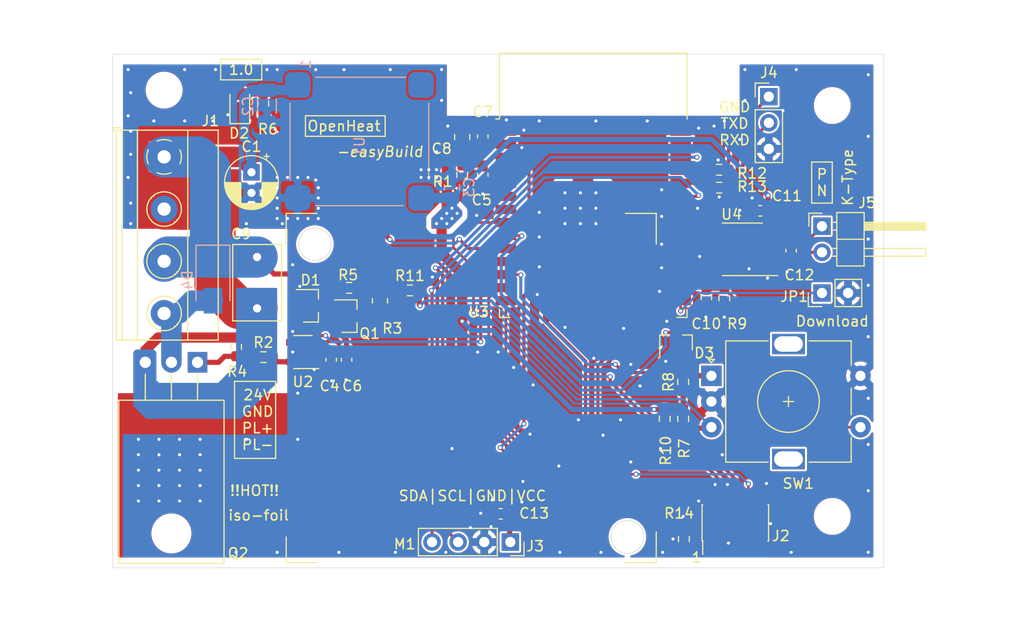
<source format=kicad_pcb>
(kicad_pcb (version 20171130) (host pcbnew "(5.1.10)-1")
  (title_block (title "OpenHeat Control Board") (date 2021-10-18) (rev 1.0) (company "S. Cao"))
  (layers (0 F.Cu signal) (31 B.Cu signal) (34 B.Paste user) (35 F.Paste user) (36 B.SilkS user) (37 F.SilkS user) (38 B.Mask user) (39 F.Mask user) (44 Edge.Cuts user))
  (net 0 "")
  (net 1 GND)
  (net 2 +24V)
  (net 3 +3V3)
  (net 4 "Net-(C4-Pad1)")
  (net 5 /ESP_EN)
  (net 6 "Net-(C10-Pad1)")
  (net 7 "Net-(C12-Pad2)")
  (net 8 "Net-(C12-Pad1)")
  (net 9 "Net-(D1-Pad1)")
  (net 10 "Net-(D2-Pad2)")
  (net 11 "Net-(D4-Pad2)")
  (net 12 "Net-(J2-Pad9)")
  (net 13 /MTDI)
  (net 14 "Net-(J2-Pad7)")
  (net 15 /MTDO)
  (net 16 /MTCK)
  (net 17 /MTMS)
  (net 18 "Net-(J2-Pad1)")
  (net 19 /OLED_SDA)
  (net 20 /OLED_SCL)
  (net 21 "Net-(J4-Pad2)")
  (net 22 "Net-(J4-Pad1)")
  (net 23 /GPIO0)
  (net 24 "Net-(Q1-Pad3)")
  (net 25 "Net-(Q2-Pad1)")
  (net 26 "Net-(R2-Pad2)")
  (net 27 "Net-(R6-Pad1)")
  (net 28 /EC_B)
  (net 29 /EC_A)
  (net 30 "Net-(R10-Pad2)")
  (net 31 /TXD)
  (net 32 /RXD)
  (net 33 "Net-(U1-Pad4)")
  (net 34 /HEAT_PWM)
  (net 35 "Net-(U3-Pad37)")
  (net 36 "Net-(U3-Pad32)")
  (net 37 /T_SO)
  (net 38 /T_SCK)
  (net 39 /T_EN)
  (net 40 "Net-(U3-Pad28)")
  (net 41 "Net-(U3-Pad27)")
  (net 42 "Net-(U3-Pad24)")
  (net 43 "Net-(U3-Pad22)")
  (net 44 "Net-(U3-Pad21)")
  (net 45 "Net-(U3-Pad20)")
  (net 46 "Net-(U3-Pad19)")
  (net 47 "Net-(U3-Pad18)")
  (net 48 "Net-(U3-Pad17)")
  (net 49 "Net-(U3-Pad7)")
  (net 50 "Net-(U3-Pad6)")
  (net 51 "Net-(U3-Pad5)")
  (net 52 "Net-(U3-Pad4)")
  (module Package_TO_SOT_THT:TO-220-3_Horizontal_TabDown (layer F.Cu) (at 108.25 130 180)
    (fp_text reference Q2 (at -3.95 -18.6) (layer F.SilkS))
    (fp_text value TK8R2E06PL)
    (pad 3 thru_hole oval (at 5.08 0 180) (size 1.905 2) (drill 1.1) (layers *.Cu *.Mask) (net 1 GND))
    (pad 2 thru_hole oval (at 2.54 0 180) (size 1.905 2) (drill 1.1) (layers *.Cu *.Mask) (net 11 "Net-(D4-Pad2)"))
    (pad 1 thru_hole rect (at 0 0 180) (size 1.905 2) (drill 1.1) (layers *.Cu *.Mask) (net 25 "Net-(Q2-Pad1)"))
    (pad "" np_thru_hole oval (at 2.54 -16.66 180) (size 3.5 3.5) (drill 3.5) (layers *.Cu *.Mask))
  )
  (module OpenHeat:OLED_128x64_096_I2C (layer F.Cu) (at 138.684 147.5 180)
    (fp_text reference M1 (at 10.284 -0.2 180) (layer F.SilkS))
    (fp_text value Display_Module_I2C)
  )
  (module MountingHole:MountingHole_3.2mm_M3 (layer F.Cu) (at 170 105)
    (fp_text reference H4 hide)
    (fp_text value MountingHole)
    (pad 1 np_thru_hole circle (at 0 0) (size 3.2 3.2) (drill 3.2) (layers *.Cu *.Mask))
  )
  (module MountingHole:MountingHole_3.2mm_M3 (layer F.Cu) (at 170 145)
    (fp_text reference H3 hide)
    (fp_text value MountingHole)
    (pad 1 np_thru_hole circle (at 0 0) (size 3.2 3.2) (drill 3.2) (layers *.Cu *.Mask))
  )
  (module MountingHole:MountingHole_3.2mm_M3 (layer F.Cu) (at 105 103.5)
    (fp_text reference H1 hide)
    (fp_text value MountingHole)
    (pad 1 np_thru_hole circle (at 0 0) (size 3.2 3.2) (drill 3.2) (layers *.Cu *.Mask))
  )
  (module OpenHeat:VXO78-500-M (layer B.Cu) (at 124 108.5 270)
    (fp_text reference U1 (at 0.5 0 270) (layer B.SilkS) (effects (justify mirror)))
    (fp_text value VXO7803)
    (fp_text user 1 (at -7.5 5.25 270) (layer B.SilkS) (effects (justify mirror)))
    (pad 4 smd roundrect (at -5.5 -6) (size 2.5 2.5) (layers B.Cu B.Paste B.Mask) (net 33 "Net-(U1-Pad4)"))
    (pad 1 smd roundrect (at -5.5 6 90) (size 2.5 2.5) (layers B.Cu B.Paste B.Mask) (net 2 +24V))
    (pad 2 smd roundrect (at 5.5 6 180) (size 2.5 2.5) (layers B.Cu B.Paste B.Mask) (net 1 GND))
    (pad 3 smd roundrect (at 5.5 -6 270) (size 2.5 2.5) (layers B.Cu B.Paste B.Mask) (net 3 +3V3))
  )
  (module Package_SO:SOIC-8_3.9x4.9mm_P1.27mm (layer F.Cu) (at 161.25 119 180)
    (fp_text reference U4 (at 1.05 3.4) (layer F.SilkS))
    (fp_text value MAX31855KASA)
    (pad 8 smd roundrect (at 2.475 -1.905 180) (size 1.95 0.6) (layers F.Cu F.Paste F.Mask))
    (pad 7 smd roundrect (at 2.475 -0.635 180) (size 1.95 0.6) (layers F.Cu F.Paste F.Mask) (net 37 /T_SO))
    (pad 6 smd roundrect (at 2.475 0.635 180) (size 1.95 0.6) (layers F.Cu F.Paste F.Mask) (net 39 /T_EN))
    (pad 5 smd roundrect (at 2.475 1.905 180) (size 1.95 0.6) (layers F.Cu F.Paste F.Mask) (net 38 /T_SCK))
    (pad 4 smd roundrect (at -2.475 1.905 180) (size 1.95 0.6) (layers F.Cu F.Paste F.Mask) (net 3 +3V3))
    (pad 3 smd roundrect (at -2.475 0.635 180) (size 1.95 0.6) (layers F.Cu F.Paste F.Mask) (net 7 "Net-(C12-Pad2)"))
    (pad 2 smd roundrect (at -2.475 -0.635 180) (size 1.95 0.6) (layers F.Cu F.Paste F.Mask) (net 8 "Net-(C12-Pad1)"))
    (pad 1 smd roundrect (at -2.475 -1.905 180) (size 1.95 0.6) (layers F.Cu F.Paste F.Mask) (net 1 GND))
  )
  (module RF_Module:ESP32-WROOM-32 (layer F.Cu) (at 146.75 115.75)
    (fp_text reference U3 (at -11.15 9.35 180) (layer F.SilkS))
    (fp_text value ESP32-WROOM-32)
    (pad 38 smd rect (at 8.5 -8.255) (size 2 0.9) (layers F.Cu F.Paste F.Mask) (net 1 GND))
    (pad 37 smd rect (at 8.5 -6.985) (size 2 0.9) (layers F.Cu F.Paste F.Mask) (net 35 "Net-(U3-Pad37)"))
    (pad 36 smd rect (at 8.5 -5.715) (size 2 0.9) (layers F.Cu F.Paste F.Mask) (net 20 /OLED_SCL))
    (pad 35 smd rect (at 8.5 -4.445) (size 2 0.9) (layers F.Cu F.Paste F.Mask) (net 31 /TXD))
    (pad 34 smd rect (at 8.5 -3.175) (size 2 0.9) (layers F.Cu F.Paste F.Mask) (net 32 /RXD))
    (pad 33 smd rect (at 8.5 -1.905) (size 2 0.9) (layers F.Cu F.Paste F.Mask) (net 19 /OLED_SDA))
    (pad 32 smd rect (at 8.5 -0.635) (size 2 0.9) (layers F.Cu F.Paste F.Mask) (net 36 "Net-(U3-Pad32)"))
    (pad 31 smd rect (at 8.5 0.635) (size 2 0.9) (layers F.Cu F.Paste F.Mask) (net 37 /T_SO))
    (pad 30 smd rect (at 8.5 1.905) (size 2 0.9) (layers F.Cu F.Paste F.Mask) (net 38 /T_SCK))
    (pad 29 smd rect (at 8.5 3.175) (size 2 0.9) (layers F.Cu F.Paste F.Mask) (net 39 /T_EN))
    (pad 28 smd rect (at 8.5 4.445) (size 2 0.9) (layers F.Cu F.Paste F.Mask) (net 40 "Net-(U3-Pad28)"))
    (pad 27 smd rect (at 8.5 5.715) (size 2 0.9) (layers F.Cu F.Paste F.Mask) (net 41 "Net-(U3-Pad27)"))
    (pad 26 smd rect (at 8.5 6.985) (size 2 0.9) (layers F.Cu F.Paste F.Mask) (net 6 "Net-(C10-Pad1)"))
    (pad 25 smd rect (at 8.5 8.255) (size 2 0.9) (layers F.Cu F.Paste F.Mask) (net 23 /GPIO0))
    (pad 24 smd rect (at 5.715 9.255 90) (size 2 0.9) (layers F.Cu F.Paste F.Mask) (net 42 "Net-(U3-Pad24)"))
    (pad 23 smd rect (at 4.445 9.255 90) (size 2 0.9) (layers F.Cu F.Paste F.Mask) (net 15 /MTDO))
    (pad 22 smd rect (at 3.175 9.255 90) (size 2 0.9) (layers F.Cu F.Paste F.Mask) (net 43 "Net-(U3-Pad22)"))
    (pad 21 smd rect (at 1.905 9.255 90) (size 2 0.9) (layers F.Cu F.Paste F.Mask) (net 44 "Net-(U3-Pad21)"))
    (pad 20 smd rect (at 0.635 9.255 90) (size 2 0.9) (layers F.Cu F.Paste F.Mask) (net 45 "Net-(U3-Pad20)"))
    (pad 19 smd rect (at -0.635 9.255 90) (size 2 0.9) (layers F.Cu F.Paste F.Mask) (net 46 "Net-(U3-Pad19)"))
    (pad 18 smd rect (at -1.905 9.255 90) (size 2 0.9) (layers F.Cu F.Paste F.Mask) (net 47 "Net-(U3-Pad18)"))
    (pad 17 smd rect (at -3.175 9.255 90) (size 2 0.9) (layers F.Cu F.Paste F.Mask) (net 48 "Net-(U3-Pad17)"))
    (pad 16 smd rect (at -4.445 9.255 90) (size 2 0.9) (layers F.Cu F.Paste F.Mask) (net 16 /MTCK))
    (pad 15 smd rect (at -5.715 9.255 90) (size 2 0.9) (layers F.Cu F.Paste F.Mask) (net 1 GND))
    (pad 14 smd rect (at -8.5 8.255) (size 2 0.9) (layers F.Cu F.Paste F.Mask) (net 13 /MTDI))
    (pad 13 smd rect (at -8.5 6.985) (size 2 0.9) (layers F.Cu F.Paste F.Mask) (net 17 /MTMS))
    (pad 12 smd rect (at -8.5 5.715) (size 2 0.9) (layers F.Cu F.Paste F.Mask) (net 29 /EC_A))
    (pad 11 smd rect (at -8.5 4.445) (size 2 0.9) (layers F.Cu F.Paste F.Mask) (net 34 /HEAT_PWM))
    (pad 10 smd rect (at -8.5 3.175) (size 2 0.9) (layers F.Cu F.Paste F.Mask) (net 27 "Net-(R6-Pad1)"))
    (pad 9 smd rect (at -8.5 1.905) (size 2 0.9) (layers F.Cu F.Paste F.Mask) (net 30 "Net-(R10-Pad2)"))
    (pad 8 smd rect (at -8.5 0.635) (size 2 0.9) (layers F.Cu F.Paste F.Mask) (net 28 /EC_B))
    (pad 7 smd rect (at -8.5 -0.635) (size 2 0.9) (layers F.Cu F.Paste F.Mask) (net 49 "Net-(U3-Pad7)"))
    (pad 6 smd rect (at -8.5 -1.905) (size 2 0.9) (layers F.Cu F.Paste F.Mask) (net 50 "Net-(U3-Pad6)"))
    (pad 5 smd rect (at -8.5 -3.175) (size 2 0.9) (layers F.Cu F.Paste F.Mask) (net 51 "Net-(U3-Pad5)"))
    (pad 4 smd rect (at -8.5 -4.445) (size 2 0.9) (layers F.Cu F.Paste F.Mask) (net 52 "Net-(U3-Pad4)"))
    (pad 3 smd rect (at -8.5 -5.715) (size 2 0.9) (layers F.Cu F.Paste F.Mask) (net 5 /ESP_EN))
    (pad 2 smd rect (at -8.5 -6.985) (size 2 0.9) (layers F.Cu F.Paste F.Mask) (net 3 +3V3))
    (pad 1 smd rect (at -8.5 -8.255) (size 2 0.9) (layers F.Cu F.Paste F.Mask) (net 1 GND))
    (pad 39 smd rect (at -1 -0.755) (size 5 5) (layers F.Cu F.Paste F.Mask) (net 1 GND))
  )
  (module Package_TO_SOT_SMD:SOT-23-5 (layer F.Cu) (at 118.5 129 180)
    (fp_text reference U2 (at 0 -2.9) (layer F.SilkS))
    (fp_text value MCP1402)
    (pad 5 smd rect (at 1.1 -0.95 180) (size 1.06 0.65) (layers F.Cu F.Paste F.Mask) (net 26 "Net-(R2-Pad2)"))
    (pad 4 smd rect (at 1.1 0.95 180) (size 1.06 0.65) (layers F.Cu F.Paste F.Mask) (net 1 GND))
    (pad 3 smd rect (at -1.1 0.95 180) (size 1.06 0.65) (layers F.Cu F.Paste F.Mask) (net 34 /HEAT_PWM))
    (pad 2 smd rect (at -1.1 0 180) (size 1.06 0.65) (layers F.Cu F.Paste F.Mask) (net 4 "Net-(C4-Pad1)"))
    (pad 1 smd rect (at -1.1 -0.95 180) (size 1.06 0.65) (layers F.Cu F.Paste F.Mask) (net 1 GND))
  )
  (module Rotary_Encoder:RotaryEncoder_Alps_EC11E-Switch_Vertical_H20mm (layer F.Cu) (at 158.242 131.318)
    (fp_text reference SW1 (at 8.458 10.482) (layer F.SilkS))
    (fp_text value Rotary_Encoder_Switch)
    (pad A thru_hole rect (at 0 0) (size 2 2) (drill 1) (layers *.Cu *.Mask) (net 29 /EC_A))
    (pad C thru_hole circle (at 0 2.5) (size 2 2) (drill 1) (layers *.Cu *.Mask) (net 1 GND))
    (pad B thru_hole circle (at 0 5) (size 2 2) (drill 1) (layers *.Cu *.Mask) (net 28 /EC_B))
    (pad MP thru_hole rect (at 7.5 -3.1) (size 3.2 2) (drill oval 2.8 1.5) (layers *.Cu *.Mask))
    (pad MP thru_hole rect (at 7.5 8.1) (size 3.2 2) (drill oval 2.8 1.5) (layers *.Cu *.Mask))
    (pad S2 thru_hole circle (at 14.5 0) (size 2 2) (drill 1) (layers *.Cu *.Mask) (net 1 GND))
    (pad S1 thru_hole circle (at 14.5 5) (size 2 2) (drill 1) (layers *.Cu *.Mask) (net 30 "Net-(R10-Pad2)"))
  )
  (module Resistor_SMD:R_0603_1608Metric_Pad0.98x0.95mm_HandSolder (layer F.Cu) (at 155.568 147.2115 270)
    (fp_text reference R14 (at -2.5115 0.468 180) (layer F.SilkS))
    (fp_text value 0R)
    (pad 2 smd roundrect (at 0.9125 0 270) (size 0.975 0.95) (layers F.Cu F.Paste F.Mask) (net 18 "Net-(J2-Pad1)"))
    (pad 1 smd roundrect (at -0.9125 0 270) (size 0.975 0.95) (layers F.Cu F.Paste F.Mask) (net 3 +3V3))
  )
  (module Resistor_SMD:R_0603_1608Metric_Pad0.98x0.95mm_HandSolder (layer F.Cu) (at 159 113 180)
    (fp_text reference R13 (at -3.2 0.1) (layer F.SilkS))
    (fp_text value 10R)
    (pad 2 smd roundrect (at 0.9125 0 180) (size 0.975 0.95) (layers F.Cu F.Paste F.Mask) (net 32 /RXD))
    (pad 1 smd roundrect (at -0.9125 0 180) (size 0.975 0.95) (layers F.Cu F.Paste F.Mask) (net 21 "Net-(J4-Pad2)"))
  )
  (module Resistor_SMD:R_0603_1608Metric_Pad0.98x0.95mm_HandSolder (layer F.Cu) (at 159 111.25 180)
    (fp_text reference R12 (at -3.2 -0.35) (layer F.SilkS))
    (fp_text value 10R)
    (pad 2 smd roundrect (at 0.9125 0 180) (size 0.975 0.95) (layers F.Cu F.Paste F.Mask) (net 31 /TXD))
    (pad 1 smd roundrect (at -0.9125 0 180) (size 0.975 0.95) (layers F.Cu F.Paste F.Mask) (net 22 "Net-(J4-Pad1)"))
  )
  (module Resistor_SMD:R_0603_1608Metric_Pad0.98x0.95mm_HandSolder (layer F.Cu) (at 128.9125 123)
    (fp_text reference R11 (at 0 -1.43) (layer F.SilkS))
    (fp_text value 10k)
    (pad 2 smd roundrect (at 0.9125 0) (size 0.975 0.95) (layers F.Cu F.Paste F.Mask) (net 6 "Net-(C10-Pad1)"))
    (pad 1 smd roundrect (at -0.9125 0) (size 0.975 0.95) (layers F.Cu F.Paste F.Mask) (net 2 +24V))
  )
  (module Resistor_SMD:R_0603_1608Metric_Pad0.98x0.95mm_HandSolder (layer F.Cu) (at 153.7 135.5 270)
    (fp_text reference R10 (at 3.1 -0.1 90) (layer F.SilkS))
    (fp_text value 10k)
    (pad 2 smd roundrect (at 0.9125 0 270) (size 0.975 0.95) (layers F.Cu F.Paste F.Mask) (net 30 "Net-(R10-Pad2)"))
    (pad 1 smd roundrect (at -0.9125 0 270) (size 0.975 0.95) (layers F.Cu F.Paste F.Mask) (net 3 +3V3))
  )
  (module Resistor_SMD:R_0603_1608Metric_Pad0.98x0.95mm_HandSolder (layer F.Cu) (at 159.5 123.75 270)
    (fp_text reference R9 (at 2.5 -1.25 180) (layer F.SilkS))
    (fp_text value 1k)
    (pad 2 smd roundrect (at 0.9125 0 270) (size 0.975 0.95) (layers F.Cu F.Paste F.Mask) (net 1 GND))
    (pad 1 smd roundrect (at -0.9125 0 270) (size 0.975 0.95) (layers F.Cu F.Paste F.Mask) (net 6 "Net-(C10-Pad1)"))
  )
  (module Resistor_SMD:R_0603_1608Metric_Pad0.98x0.95mm_HandSolder (layer F.Cu) (at 155.5 131.9125 90)
    (fp_text reference R8 (at 0 -1.43 90) (layer F.SilkS))
    (fp_text value 10k)
    (pad 2 smd roundrect (at 0.9125 0 90) (size 0.975 0.95) (layers F.Cu F.Paste F.Mask) (net 29 /EC_A))
    (pad 1 smd roundrect (at -0.9125 0 90) (size 0.975 0.95) (layers F.Cu F.Paste F.Mask) (net 3 +3V3))
  )
  (module Resistor_SMD:R_0603_1608Metric_Pad0.98x0.95mm_HandSolder (layer F.Cu) (at 155.5 135.5 270)
    (fp_text reference R7 (at 2.9 -0.1 90) (layer F.SilkS))
    (fp_text value 10k)
    (pad 2 smd roundrect (at 0.9125 0 270) (size 0.975 0.95) (layers F.Cu F.Paste F.Mask) (net 28 /EC_B))
    (pad 1 smd roundrect (at -0.9125 0 270) (size 0.975 0.95) (layers F.Cu F.Paste F.Mask) (net 3 +3V3))
  )
  (module Resistor_SMD:R_0603_1608Metric_Pad0.98x0.95mm_HandSolder (layer F.Cu) (at 114.65 104.7985 90)
    (fp_text reference R6 (at -2.5015 0.45 180) (layer F.SilkS))
    (fp_text value 330)
    (pad 2 smd roundrect (at 0.9125 0 90) (size 0.975 0.95) (layers F.Cu F.Paste F.Mask) (net 10 "Net-(D2-Pad2)"))
    (pad 1 smd roundrect (at -0.9125 0 90) (size 0.975 0.95) (layers F.Cu F.Paste F.Mask) (net 27 "Net-(R6-Pad1)"))
  )
  (module Resistor_SMD:R_0603_1608Metric_Pad0.98x0.95mm_HandSolder (layer F.Cu) (at 123 122.75 180)
    (fp_text reference R5 (at 0.1 1.25) (layer F.SilkS))
    (fp_text value 2k2)
    (pad 2 smd roundrect (at 0.9125 0 180) (size 0.975 0.95) (layers F.Cu F.Paste F.Mask) (net 9 "Net-(D1-Pad1)"))
    (pad 1 smd roundrect (at -0.9125 0 180) (size 0.975 0.95) (layers F.Cu F.Paste F.Mask) (net 2 +24V))
  )
  (module Resistor_SMD:R_0603_1608Metric_Pad0.98x0.95mm_HandSolder (layer F.Cu) (at 112 128.5 90)
    (fp_text reference R4 (at -2.4 0.1 180) (layer F.SilkS))
    (fp_text value 100k)
    (pad 2 smd roundrect (at 0.9125 0 90) (size 0.975 0.95) (layers F.Cu F.Paste F.Mask) (net 1 GND))
    (pad 1 smd roundrect (at -0.9125 0 90) (size 0.975 0.95) (layers F.Cu F.Paste F.Mask) (net 25 "Net-(Q2-Pad1)"))
  )
  (module Resistor_SMD:R_0805_2012Metric_Pad1.20x1.40mm_HandSolder (layer F.Cu) (at 126 124 270)
    (fp_text reference R3 (at 2.7 -1.2 180) (layer F.SilkS))
    (fp_text value 100)
    (pad 2 smd roundrect (at 1 0 270) (size 1.2 1.4) (layers F.Cu F.Paste F.Mask) (roundrect_rratio 0.2083325) (net 24 "Net-(Q1-Pad3)"))
    (pad 1 smd roundrect (at -1 0 270) (size 1.2 1.4) (layers F.Cu F.Paste F.Mask) (roundrect_rratio 0.2083325) (net 2 +24V))
  )
  (module Resistor_SMD:R_0603_1608Metric_Pad0.98x0.95mm_HandSolder (layer F.Cu) (at 114.6625 129.5)
    (fp_text reference R2 (at 0 -1.43) (layer F.SilkS))
    (fp_text value 10R)
    (pad 2 smd roundrect (at 0.9125 0) (size 0.975 0.95) (layers F.Cu F.Paste F.Mask) (net 26 "Net-(R2-Pad2)"))
    (pad 1 smd roundrect (at -0.9125 0) (size 0.975 0.95) (layers F.Cu F.Paste F.Mask) (net 25 "Net-(Q2-Pad1)"))
  )
  (module Resistor_SMD:R_0603_1608Metric_Pad0.98x0.95mm_HandSolder (layer F.Cu) (at 134 111.75 90)
    (fp_text reference R1 (at -0.65 -1.9 180) (layer F.SilkS))
    (fp_text value 10k)
    (pad 2 smd roundrect (at 0.9125 0 90) (size 0.975 0.95) (layers F.Cu F.Paste F.Mask) (net 5 /ESP_EN))
    (pad 1 smd roundrect (at -0.9125 0 90) (size 0.975 0.95) (layers F.Cu F.Paste F.Mask) (net 3 +3V3))
  )
  (module Package_TO_SOT_SMD:SOT-23 (layer F.Cu) (at 123 125.5)
    (fp_text reference Q1 (at 2 1.7) (layer F.SilkS))
    (fp_text value BC847)
    (pad 3 smd rect (at 1 0) (size 0.9 0.8) (layers F.Cu F.Paste F.Mask) (net 24 "Net-(Q1-Pad3)"))
    (pad 2 smd rect (at -1 0.95) (size 0.9 0.8) (layers F.Cu F.Paste F.Mask) (net 4 "Net-(C4-Pad1)"))
    (pad 1 smd rect (at -1 -0.95) (size 0.9 0.8) (layers F.Cu F.Paste F.Mask) (net 9 "Net-(D1-Pad1)"))
  )
  (module Connector_PinHeader_2.54mm:PinHeader_1x02_P2.54mm_Vertical (layer F.Cu) (at 169 123.25 90)
    (fp_text reference JP1 (at -0.35 -2.7 180) (layer F.SilkS))
    (fp_text value Jumper_2_Open)
    (pad 2 thru_hole oval (at 0 2.54 90) (size 1.7 1.7) (drill 1) (layers *.Cu *.Mask) (net 1 GND))
    (pad 1 thru_hole rect (at 0 0 90) (size 1.7 1.7) (drill 1) (layers *.Cu *.Mask) (net 23 /GPIO0))
  )
  (module Connector_PinHeader_2.54mm:PinHeader_1x02_P2.54mm_Horizontal (layer F.Cu) (at 169 116.75)
    (fp_text reference J5 (at 4.385 -2.27) (layer F.SilkS))
    (fp_text value Conn_01x02_Male)
    (pad 2 thru_hole oval (at 0 2.54) (size 1.7 1.7) (drill 1) (layers *.Cu *.Mask) (net 8 "Net-(C12-Pad1)"))
    (pad 1 thru_hole rect (at 0 0) (size 1.7 1.7) (drill 1) (layers *.Cu *.Mask) (net 7 "Net-(C12-Pad2)"))
  )
  (module Connector_PinHeader_2.54mm:PinHeader_1x03_P2.54mm_Vertical (layer F.Cu) (at 163.83 104.14)
    (fp_text reference J4 (at 0 -2.33) (layer F.SilkS))
    (fp_text value Conn_01x03_Male)
    (pad 3 thru_hole oval (at 0 5.08) (size 1.7 1.7) (drill 1) (layers *.Cu *.Mask) (net 1 GND))
    (pad 2 thru_hole oval (at 0 2.54) (size 1.7 1.7) (drill 1) (layers *.Cu *.Mask) (net 21 "Net-(J4-Pad2)"))
    (pad 1 thru_hole rect (at 0 0) (size 1.7 1.7) (drill 1) (layers *.Cu *.Mask) (net 22 "Net-(J4-Pad1)"))
  )
  (module Connector_PinSocket_2.54mm:PinSocket_1x04_P2.54mm_Vertical (layer F.Cu) (at 138.684 147.5 270)
    (fp_text reference J3 (at 0.4 -2.416 180) (layer F.SilkS))
    (fp_text value Conn_01x04_Female)
    (pad 4 thru_hole oval (at 0 7.62 270) (size 1.7 1.7) (drill 1) (layers *.Cu *.Mask) (net 19 /OLED_SDA))
    (pad 3 thru_hole oval (at 0 5.08 270) (size 1.7 1.7) (drill 1) (layers *.Cu *.Mask) (net 20 /OLED_SCL))
    (pad 2 thru_hole oval (at 0 2.54 270) (size 1.7 1.7) (drill 1) (layers *.Cu *.Mask) (net 1 GND))
    (pad 1 thru_hole rect (at 0 0 270) (size 1.7 1.7) (drill 1) (layers *.Cu *.Mask) (net 3 +3V3))
  )
  (module Connector_PinHeader_1.27mm:PinHeader_2x05_P1.27mm_Vertical_SMD (layer F.Cu) (at 160.568 145.624 90)
    (fp_text reference J2 (at -1.276 4.432 180) (layer F.SilkS))
    (fp_text value Conn_02x05_Odd_Even)
    (pad 10 smd rect (at 1.95 2.54 90) (size 2.4 0.74) (layers F.Cu F.Paste F.Mask) (net 5 /ESP_EN))
    (pad 9 smd rect (at -1.95 2.54 90) (size 2.4 0.74) (layers F.Cu F.Paste F.Mask) (net 12 "Net-(J2-Pad9)"))
    (pad 8 smd rect (at 1.95 1.27 90) (size 2.4 0.74) (layers F.Cu F.Paste F.Mask) (net 13 /MTDI))
    (pad 7 smd rect (at -1.95 1.27 90) (size 2.4 0.74) (layers F.Cu F.Paste F.Mask) (net 14 "Net-(J2-Pad7)"))
    (pad 6 smd rect (at 1.95 0 90) (size 2.4 0.74) (layers F.Cu F.Paste F.Mask) (net 15 /MTDO))
    (pad 5 smd rect (at -1.95 0 90) (size 2.4 0.74) (layers F.Cu F.Paste F.Mask) (net 1 GND))
    (pad 4 smd rect (at 1.95 -1.27 90) (size 2.4 0.74) (layers F.Cu F.Paste F.Mask) (net 16 /MTCK))
    (pad 3 smd rect (at -1.95 -1.27 90) (size 2.4 0.74) (layers F.Cu F.Paste F.Mask) (net 1 GND))
    (pad 2 smd rect (at 1.95 -2.54 90) (size 2.4 0.74) (layers F.Cu F.Paste F.Mask) (net 17 /MTMS))
    (pad 1 smd rect (at -1.95 -2.54 90) (size 2.4 0.74) (layers F.Cu F.Paste F.Mask) (net 18 "Net-(J2-Pad1)"))
  )
  (module TerminalBlock_Phoenix:TerminalBlock_Phoenix_MKDS-1,5-4-5.08_1x04_P5.08mm_Horizontal (layer F.Cu) (at 105 110 270)
    (fp_text reference J1 (at -3.5 -4.5) (layer F.SilkS))
    (fp_text value Conn_01x04_Male)
    (pad 4 thru_hole circle (at 15.24 0 270) (size 2.6 2.6) (drill 1.3) (layers *.Cu *.Mask) (net 11 "Net-(D4-Pad2)"))
    (pad 3 thru_hole circle (at 10.16 0 270) (size 2.6 2.6) (drill 1.3) (layers *.Cu *.Mask) (net 2 +24V))
    (pad 2 thru_hole circle (at 5.08 0 270) (size 2.6 2.6) (drill 1.3) (layers *.Cu *.Mask) (net 1 GND))
    (pad 1 thru_hole rect (at 0 0 270) (size 2.6 2.6) (drill 1.3) (layers *.Cu *.Mask) (net 2 +24V))
  )
  (module Diode_SMD:D_SMA (layer B.Cu) (at 109.75 122 270)
    (fp_text reference D4 (at 0 2.5 270) (layer B.SilkS) (effects (justify mirror)))
    (fp_text value D)
    (pad 2 smd rect (at 2 0 270) (size 2.5 1.8) (layers B.Cu B.Paste B.Mask) (net 11 "Net-(D4-Pad2)"))
    (pad 1 smd rect (at -2 0 270) (size 2.5 1.8) (layers B.Cu B.Paste B.Mask) (net 2 +24V))
  )
  (module Diode_SMD:D_SOT-23_ANK (layer F.Cu) (at 154.8 128.1 90)
    (fp_text reference D3 (at -1 2.75 180) (layer F.SilkS))
    (fp_text value BZX84C3V3)
    (pad 1 smd rect (at 1 0 90) (size 0.9 0.8) (layers F.Cu F.Paste F.Mask) (net 6 "Net-(C10-Pad1)"))
    (pad "" smd rect (at -1 0.95 90) (size 0.9 0.8) (layers F.Cu F.Paste F.Mask))
    (pad 2 smd rect (at -1 -0.95 90) (size 0.9 0.8) (layers F.Cu F.Paste F.Mask) (net 1 GND))
  )
  (module LED_SMD:LED_0805_2012Metric_Pad1.15x1.40mm_HandSolder (layer F.Cu) (at 112.364 104.902 90)
    (fp_text reference D2 (at -2.798 -0.064 180) (layer F.SilkS))
    (fp_text value RED)
    (pad 2 smd roundrect (at 1.025 0 90) (size 1.15 1.4) (layers F.Cu F.Paste F.Mask) (roundrect_rratio 0.2173904347826087) (net 10 "Net-(D2-Pad2)"))
    (pad 1 smd roundrect (at -1.025 0 90) (size 1.15 1.4) (layers F.Cu F.Paste F.Mask) (roundrect_rratio 0.2173904347826087) (net 1 GND))
  )
  (module Diode_SMD:D_SOT-23_ANK (layer F.Cu) (at 119.25 124.5)
    (fp_text reference D1 (at 0 -2.5) (layer F.SilkS))
    (fp_text value BZX84C13)
    (pad 1 smd rect (at 1 0) (size 0.9 0.8) (layers F.Cu F.Paste F.Mask) (net 9 "Net-(D1-Pad1)"))
    (pad "" smd rect (at -1 0.95) (size 0.9 0.8) (layers F.Cu F.Paste F.Mask))
    (pad 2 smd rect (at -1 -0.95) (size 0.9 0.8) (layers F.Cu F.Paste F.Mask) (net 1 GND))
  )
  (module Capacitor_SMD:C_0603_1608Metric_Pad1.08x0.95mm_HandSolder (layer F.Cu) (at 137.75 144.75)
    (fp_text reference C13 (at 3.25 -0.05) (layer F.SilkS))
    (fp_text value 1u)
    (pad 2 smd roundrect (at 0.8625 0) (size 1.075 0.95) (layers F.Cu F.Paste F.Mask) (net 3 +3V3))
    (pad 1 smd roundrect (at -0.8625 0) (size 1.075 0.95) (layers F.Cu F.Paste F.Mask) (net 1 GND))
  )
  (module Capacitor_SMD:C_0603_1608Metric_Pad1.08x0.95mm_HandSolder (layer F.Cu) (at 166 119.1375 90)
    (fp_text reference C12 (at -2.3625 0.8 180) (layer F.SilkS))
    (fp_text value 10n)
    (pad 2 smd roundrect (at 0.8625 0 90) (size 1.075 0.95) (layers F.Cu F.Paste F.Mask) (net 7 "Net-(C12-Pad2)"))
    (pad 1 smd roundrect (at -0.8625 0 90) (size 1.075 0.95) (layers F.Cu F.Paste F.Mask) (net 8 "Net-(C12-Pad1)"))
  )
  (module Capacitor_SMD:C_0603_1608Metric_Pad1.08x0.95mm_HandSolder (layer F.Cu) (at 163 115.25 180)
    (fp_text reference C11 (at -2.6 1.45) (layer F.SilkS))
    (fp_text value 100n)
    (pad 2 smd roundrect (at 0.8625 0 180) (size 1.075 0.95) (layers F.Cu F.Paste F.Mask) (net 1 GND))
    (pad 1 smd roundrect (at -0.8625 0 180) (size 1.075 0.95) (layers F.Cu F.Paste F.Mask) (net 3 +3V3))
  )
  (module Capacitor_SMD:C_0603_1608Metric_Pad1.08x0.95mm_HandSolder (layer F.Cu) (at 157.75 123.75 270)
    (fp_text reference C10 (at 2.5 0 180) (layer F.SilkS))
    (fp_text value 100n)
    (pad 2 smd roundrect (at 0.8625 0 270) (size 1.075 0.95) (layers F.Cu F.Paste F.Mask) (net 1 GND))
    (pad 1 smd roundrect (at -0.8625 0 270) (size 1.075 0.95) (layers F.Cu F.Paste F.Mask) (net 6 "Net-(C10-Pad1)"))
  )
  (module Capacitor_THT:C_Rect_L7.2mm_W4.5mm_P5.00mm_FKS2_FKP2_MKS2_MKP2 (layer F.Cu) (at 114.046 124.75 90)
    (fp_text reference C9 (at 7.25 -1.546 180) (layer F.SilkS))
    (fp_text value 1u)
    (pad 2 thru_hole circle (at 5 0 90) (size 1.6 1.6) (drill 0.8) (layers *.Cu *.Mask) (net 2 +24V))
    (pad 1 thru_hole circle (at 0 0 90) (size 1.6 1.6) (drill 0.8) (layers *.Cu *.Mask) (net 1 GND))
  )
  (module Capacitor_SMD:C_0805_2012Metric_Pad1.18x1.45mm_HandSolder (layer F.Cu) (at 134 108.0732 270)
    (fp_text reference C8 (at 1.1268 2 180) (layer F.SilkS))
    (fp_text value 22u/6V3)
    (pad 2 smd roundrect (at 1.0375 0 270) (size 1.175 1.45) (layers F.Cu F.Paste F.Mask) (roundrect_rratio 0.2127659574468085) (net 3 +3V3))
    (pad 1 smd roundrect (at -1.0375 0 270) (size 1.175 1.45) (layers F.Cu F.Paste F.Mask) (roundrect_rratio 0.2127659574468085) (net 1 GND))
  )
  (module Capacitor_SMD:C_0603_1608Metric_Pad1.08x0.95mm_HandSolder (layer F.Cu) (at 136 108 90)
    (fp_text reference C7 (at 2.4 0 180) (layer F.SilkS))
    (fp_text value 100n)
    (pad 2 smd roundrect (at 0.8625 0 90) (size 1.075 0.95) (layers F.Cu F.Paste F.Mask) (net 1 GND))
    (pad 1 smd roundrect (at -0.8625 0 90) (size 1.075 0.95) (layers F.Cu F.Paste F.Mask) (net 3 +3V3))
  )
  (module Capacitor_SMD:C_0603_1608Metric_Pad1.08x0.95mm_HandSolder (layer F.Cu) (at 122.75 129.75 270)
    (fp_text reference C6 (at 2.55 -0.55 180) (layer F.SilkS))
    (fp_text value 1u)
    (pad 2 smd roundrect (at 0.8625 0 270) (size 1.075 0.95) (layers F.Cu F.Paste F.Mask) (net 1 GND))
    (pad 1 smd roundrect (at -0.8625 0 270) (size 1.075 0.95) (layers F.Cu F.Paste F.Mask) (net 4 "Net-(C4-Pad1)"))
  )
  (module Capacitor_SMD:C_0603_1608Metric_Pad1.08x0.95mm_HandSolder (layer F.Cu) (at 136 111.75 270)
    (fp_text reference C5 (at 2.45 0.1 180) (layer F.SilkS))
    (fp_text value 1u)
    (pad 2 smd roundrect (at 0.8625 0 270) (size 1.075 0.95) (layers F.Cu F.Paste F.Mask) (net 1 GND))
    (pad 1 smd roundrect (at -0.8625 0 270) (size 1.075 0.95) (layers F.Cu F.Paste F.Mask) (net 5 /ESP_EN))
  )
  (module Capacitor_SMD:C_0603_1608Metric_Pad1.08x0.95mm_HandSolder (layer F.Cu) (at 121.25 129.75 270)
    (fp_text reference C4 (at 2.55 0.15 180) (layer F.SilkS))
    (fp_text value 100n)
    (pad 2 smd roundrect (at 0.8625 0 270) (size 1.075 0.95) (layers F.Cu F.Paste F.Mask) (net 1 GND))
    (pad 1 smd roundrect (at -0.8625 0 270) (size 1.075 0.95) (layers F.Cu F.Paste F.Mask) (net 4 "Net-(C4-Pad1)"))
  )
  (module Capacitor_SMD:C_0805_2012Metric_Pad1.18x1.45mm_HandSolder (layer B.Cu) (at 133 112.9625 90)
    (fp_text reference C3 (at 0 1.68 -90) (layer B.SilkS) (effects (justify mirror)))
    (fp_text value 22u/6V3)
    (pad 2 smd roundrect (at 1.0375 0 90) (size 1.175 1.45) (layers B.Cu B.Paste B.Mask) (roundrect_rratio 0.2127659574468085) (net 1 GND))
    (pad 1 smd roundrect (at -1.0375 0 90) (size 1.175 1.45) (layers B.Cu B.Paste B.Mask) (roundrect_rratio 0.2127659574468085) (net 3 +3V3))
  )
  (module Capacitor_SMD:C_1206_3216Metric_Pad1.33x1.80mm_HandSolder (layer B.Cu) (at 115 105.0625 270)
    (fp_text reference C2 (at 0 1.85 270) (layer B.SilkS) (effects (justify mirror)))
    (fp_text value 10u/50V)
    (pad 2 smd roundrect (at 1.5625 0 270) (size 1.325 1.8) (layers B.Cu B.Paste B.Mask) (roundrect_rratio 0.1886784905660377) (net 1 GND))
    (pad 1 smd roundrect (at -1.5625 0 270) (size 1.325 1.8) (layers B.Cu B.Paste B.Mask) (roundrect_rratio 0.1886784905660377) (net 2 +24V))
  )
  (module Capacitor_THT:CP_Radial_D5.0mm_P2.00mm (layer F.Cu) (at 113.5 111.5 270)
    (fp_text reference C1 (at -2.5 0) (layer F.SilkS))
    (fp_text value "47u, 35V")
    (pad 2 thru_hole circle (at 2 0 270) (size 1.6 1.6) (drill 0.8) (layers *.Cu *.Mask) (net 1 GND) (thermal_gap 0.25))
    (pad 1 thru_hole rect (at 0 0 270) (size 1.6 1.6) (drill 0.8) (layers *.Cu *.Mask) (net 2 +24V))
  )
  (gr_text !!HOT!! (at 113.8 142.5) (layer F.SilkS) (effects (font (size 1 1))))
  (gr_text iso-foil (at 114.2 144.9) (layer F.SilkS) (effects (font (size 1 1))))
  (gr_line (start 110.5 102.5) (end 110.5 100.5) (layer F.SilkS) (width 0.12))
  (gr_line (start 114.5 102.5) (end 110.5 102.5) (layer F.SilkS) (width 0.12))
  (gr_line (start 114.5 100.5) (end 114.5 102.5) (layer F.SilkS) (width 0.12))
  (gr_line (start 110.5 100.5) (end 114.5 100.5) (layer F.SilkS) (width 0.12))
  (gr_text 1.0 (at 112.5 101.5) (layer F.SilkS) (effects (font (size 1 1))))
  (gr_text -easyBuild (at 126 109.5) (layer F.SilkS) (effects (font (size 1 1) (thickness 0.15) italic)))
  (gr_text Download (at 170 126) (layer F.SilkS) (effects (font (size 1 1))))
  (gr_text K-Type (at 171.5 112 90) (layer F.SilkS) (effects (font (size 1 1))))
  (gr_line (start 168 114.5) (end 168 110.5) (layer F.SilkS) (width 0.12))
  (gr_line (start 170 114.5) (end 168 114.5) (layer F.SilkS) (width 0.12))
  (gr_line (start 170 110.5) (end 170 114.5) (layer F.SilkS) (width 0.12))
  (gr_line (start 168 110.5) (end 170 110.5) (layer F.SilkS) (width 0.12))
  (gr_line (start 118.75 108) (end 118.75 106) (layer F.SilkS) (width 0.12))
  (gr_line (start 126.5 108) (end 118.75 108) (layer F.SilkS) (width 0.12))
  (gr_line (start 126.5 106) (end 126.5 108) (layer F.SilkS) (width 0.12))
  (gr_line (start 118.75 106) (end 126.5 106) (layer F.SilkS) (width 0.12))
  (gr_text OpenHeat (at 122.5 107) (layer F.SilkS) (effects (font (size 1 1))))
  (gr_line (start 111.85 131.85) (end 112.1 131.85) (layer F.SilkS) (width 0.12))
  (gr_line (start 111.85 139.35) (end 111.85 131.85) (layer F.SilkS) (width 0.12))
  (gr_line (start 115.85 139.35) (end 111.85 139.35) (layer F.SilkS) (width 0.12))
  (gr_line (start 115.85 131.85) (end 115.85 139.35) (layer F.SilkS) (width 0.12))
  (gr_line (start 112.1 131.85) (end 115.85 131.85) (layer F.SilkS) (width 0.12))
  (gr_text "24V\nGND\nPL+\nPL-" (at 114.1 135.6) (layer F.SilkS) (effects (font (size 1 1))))
  (gr_text SDA|SCL|GND|VCC (at 135 143) (layer F.SilkS) (effects (font (size 1 1))))
  (gr_text 1 (at 156.8 149) (layer F.SilkS) (effects (font (size 1 1))))
  (gr_text "P\nN" (at 169 112.5) (layer F.SilkS) (effects (font (size 1 1))))
  (gr_text "GND\nTXD\nRXD" (at 160.5 106.75) (layer F.SilkS) (effects (font (size 1 1))))
  (gr_circle (center 150.07 147) (end 151.67 147) (layer Edge.Cuts) (width 0.05))
  (gr_circle (center 119.67 118.5) (end 121.27 118.5) (layer Edge.Cuts) (width 0.05))
  (gr_line (start 175 150) (end 100 150) (layer Edge.Cuts) (width 0.05))
  (gr_line (start 175 100) (end 175 150) (layer Edge.Cuts) (width 0.05))
  (gr_line (start 100 100) (end 175 100) (layer Edge.Cuts) (width 0.05))
  (gr_line (start 100 150) (end 100 100) (layer Edge.Cuts) (width 0.05))
  (via (at 147 113.5) (size 0.5) (drill 0.3) (layers F.Cu B.Cu) (net 1))
  (via (at 144 113.5) (size 0.5) (drill 0.3) (layers F.Cu B.Cu) (net 1))
  (via (at 145.5 113.5) (size 0.5) (drill 0.3) (layers F.Cu B.Cu) (net 1))
  (via (at 144 116.5) (size 0.5) (drill 0.3) (layers F.Cu B.Cu) (net 1))
  (via (at 145.5 116.5) (size 0.5) (drill 0.3) (layers F.Cu B.Cu) (net 1))
  (via (at 147 116.5) (size 0.5) (drill 0.3) (layers F.Cu B.Cu) (net 1))
  (via (at 147 115) (size 0.5) (drill 0.3) (layers F.Cu B.Cu) (net 1))
  (via (at 145.5 115) (size 0.5) (drill 0.3) (layers F.Cu B.Cu) (net 1))
  (via (at 144 115) (size 0.5) (drill 0.3) (layers F.Cu B.Cu) (net 1))
  (segment (start 103.17 128.83) (end 103.17 130) (width 1) (layer F.Cu) (net 1))
  (segment (start 104.4125 127.5875) (end 103.17 128.83) (width 1) (layer F.Cu) (net 1))
  (segment (start 112 127.5875) (end 104.4125 127.5875) (width 1) (layer F.Cu) (net 1))
  (segment (start 103.2 130.03) (end 103.17 130) (width 2) (layer B.Cu) (net 1))
  (segment (start 106.7 115.1) (end 106.68 115.08) (width 4) (layer F.Cu) (net 1))
  (segment (start 109.5 115.1) (end 106.7 115.1) (width 4) (layer F.Cu) (net 1))
  (segment (start 109.95 115.55) (end 109.5 115.1) (width 4) (layer F.Cu) (net 1))
  (segment (start 109.95 122.45) (end 109.95 115.55) (width 4) (layer F.Cu) (net 1))
  (segment (start 112.25 124.75) (end 109.95 122.45) (width 4) (layer F.Cu) (net 1))
  (segment (start 106.68 115.08) (end 105 115.08) (width 4) (layer F.Cu) (net 1))
  (segment (start 114.046 124.75) (end 112.25 124.75) (width 4) (layer F.Cu) (net 1))
  (segment (start 105.47 115.55) (end 105 115.08) (width 2) (layer F.Cu) (net 1))
  (segment (start 109.95 115.55) (end 105.47 115.55) (width 2) (layer F.Cu) (net 1))
  (segment (start 112 113.5) (end 109.95 115.55) (width 1) (layer F.Cu) (net 1))
  (segment (start 113.5 113.5) (end 112 113.5) (width 1) (layer F.Cu) (net 1))
  (via (at 111.2 105.9) (size 0.5) (drill 0.3) (layers F.Cu B.Cu) (net 1))
  (segment (start 111.227 105.927) (end 111.2 105.9) (width 0.5) (layer F.Cu) (net 1))
  (segment (start 112.364 105.927) (end 111.227 105.927) (width 0.5) (layer F.Cu) (net 1))
  (via (at 118.2 122.6) (size 0.5) (drill 0.3) (layers F.Cu B.Cu) (net 1))
  (segment (start 118.25 122.65) (end 118.2 122.6) (width 0.5) (layer F.Cu) (net 1))
  (segment (start 118.25 123.55) (end 118.25 122.65) (width 0.5) (layer F.Cu) (net 1))
  (via (at 121.3 131.8) (size 0.5) (drill 0.3) (layers F.Cu B.Cu) (net 1))
  (segment (start 121.25 131.75) (end 121.3 131.8) (width 0.5) (layer F.Cu) (net 1))
  (segment (start 121.25 130.6125) (end 121.25 131.75) (width 0.5) (layer F.Cu) (net 1))
  (via (at 122.7 131.7) (size 0.5) (drill 0.3) (layers F.Cu B.Cu) (net 1))
  (segment (start 122.75 131.65) (end 122.7 131.7) (width 0.5) (layer F.Cu) (net 1))
  (segment (start 122.75 130.6125) (end 122.75 131.65) (width 0.5) (layer F.Cu) (net 1))
  (via (at 119.6 130.7) (size 0.5) (drill 0.3) (layers F.Cu B.Cu) (net 1))
  (segment (start 119.6 129.95) (end 119.6 130.7) (width 0.5) (layer F.Cu) (net 1))
  (via (at 135.8 144.7) (size 0.5) (drill 0.3) (layers F.Cu B.Cu) (net 1))
  (segment (start 135.85 144.75) (end 135.8 144.7) (width 0.5) (layer F.Cu) (net 1))
  (segment (start 136.8875 144.75) (end 135.85 144.75) (width 0.5) (layer F.Cu) (net 1))
  (segment (start 159.874 147.574) (end 159.9 147.6) (width 0.5) (layer F.Cu) (net 1))
  (via (at 159.9 147.6) (size 0.5) (drill 0.3) (layers F.Cu B.Cu) (net 1))
  (segment (start 159.298 147.574) (end 159.874 147.574) (width 0.5) (layer F.Cu) (net 1))
  (segment (start 159.926 147.574) (end 159.9 147.6) (width 0.5) (layer F.Cu) (net 1))
  (segment (start 160.568 147.574) (end 159.926 147.574) (width 0.5) (layer F.Cu) (net 1))
  (segment (start 161.05 115.25) (end 161 115.2) (width 0.5) (layer F.Cu) (net 1))
  (via (at 161 115.2) (size 0.5) (drill 0.3) (layers F.Cu B.Cu) (net 1))
  (segment (start 162.1375 115.25) (end 161.05 115.25) (width 0.5) (layer F.Cu) (net 1))
  (via (at 163.7 121.8) (size 0.5) (drill 0.3) (layers F.Cu B.Cu) (net 1))
  (segment (start 163.725 121.775) (end 163.7 121.8) (width 0.5) (layer F.Cu) (net 1))
  (segment (start 163.725 120.905) (end 163.725 121.775) (width 0.5) (layer F.Cu) (net 1))
  (via (at 157.7 125.6) (size 0.5) (drill 0.3) (layers F.Cu B.Cu) (net 1))
  (segment (start 157.75 125.55) (end 157.7 125.6) (width 0.5) (layer F.Cu) (net 1))
  (segment (start 157.75 124.6125) (end 157.75 125.55) (width 0.5) (layer F.Cu) (net 1))
  (via (at 159.5 125.6) (size 0.5) (drill 0.3) (layers F.Cu B.Cu) (net 1))
  (segment (start 159.5 124.6625) (end 159.5 125.6) (width 0.5) (layer F.Cu) (net 1))
  (segment (start 136.3575 107.495) (end 136 107.1375) (width 0.5) (layer F.Cu) (net 1))
  (segment (start 138.25 107.495) (end 136.3575 107.495) (width 0.5) (layer F.Cu) (net 1))
  (segment (start 134.1018 107.1375) (end 134 107.0357) (width 0.5) (layer F.Cu) (net 1))
  (segment (start 136 107.1375) (end 134.1018 107.1375) (width 0.5) (layer F.Cu) (net 1))
  (via (at 132.6 107) (size 0.5) (drill 0.3) (layers F.Cu B.Cu) (net 1))
  (segment (start 132.6357 107.0357) (end 132.6 107) (width 0.5) (layer F.Cu) (net 1))
  (segment (start 134 107.0357) (end 132.6357 107.0357) (width 0.5) (layer F.Cu) (net 1))
  (via (at 140 107.4) (size 0.5) (drill 0.3) (layers F.Cu B.Cu) (net 1))
  (segment (start 139.905 107.495) (end 140 107.4) (width 0.5) (layer F.Cu) (net 1))
  (segment (start 138.25 107.495) (end 139.905 107.495) (width 0.5) (layer F.Cu) (net 1))
  (via (at 136 113.6) (size 0.5) (drill 0.3) (layers F.Cu B.Cu) (net 1))
  (segment (start 136 112.6125) (end 136 113.6) (width 0.5) (layer F.Cu) (net 1))
  (via (at 141.3 123.4) (size 0.5) (drill 0.3) (layers F.Cu B.Cu) (net 1))
  (segment (start 141.035 123.665) (end 141.3 123.4) (width 0.5) (layer F.Cu) (net 1))
  (segment (start 141.035 125.005) (end 141.035 123.665) (width 0.5) (layer F.Cu) (net 1))
  (via (at 137.5 129) (size 0.5) (drill 0.3) (layers F.Cu B.Cu) (net 1))
  (via (at 139 130.5) (size 0.5) (drill 0.3) (layers F.Cu B.Cu) (net 1))
  (via (at 135.5 129) (size 0.5) (drill 0.3) (layers F.Cu B.Cu) (net 1))
  (via (at 155.5 145) (size 0.5) (drill 0.3) (layers F.Cu B.Cu) (net 1))
  (via (at 157 143.5) (size 0.5) (drill 0.3) (layers F.Cu B.Cu) (net 1))
  (via (at 150.4 139.7) (size 0.5) (drill 0.3) (layers F.Cu B.Cu) (net 1))
  (via (at 139.8 143.6) (size 0.5) (drill 0.3) (layers F.Cu B.Cu) (net 1))
  (via (at 150.4 130.2) (size 0.5) (drill 0.3) (layers F.Cu B.Cu) (net 1))
  (via (at 151.3 132.3) (size 0.5) (drill 0.3) (layers F.Cu B.Cu) (net 1))
  (via (at 149.4 135.6) (size 0.5) (drill 0.3) (layers F.Cu B.Cu) (net 1))
  (via (at 146.8 129.6) (size 0.5) (drill 0.3) (layers F.Cu B.Cu) (net 1))
  (via (at 153.3 138.4) (size 0.5) (drill 0.3) (layers F.Cu B.Cu) (net 1))
  (via (at 159.8 141.9) (size 0.5) (drill 0.3) (layers F.Cu B.Cu) (net 1))
  (via (at 145.3 135.6) (size 0.5) (drill 0.3) (layers F.Cu B.Cu) (net 1))
  (via (at 140.9 132.2) (size 0.5) (drill 0.3) (layers F.Cu B.Cu) (net 1))
  (via (at 140.6 137) (size 0.5) (drill 0.3) (layers F.Cu B.Cu) (net 1))
  (via (at 158.6 141.9) (size 0.5) (drill 0.3) (layers F.Cu B.Cu) (net 1))
  (via (at 157.000006 107.2) (size 0.5) (drill 0.3) (layers F.Cu B.Cu) (net 1))
  (segment (start 155.25 107.495) (end 156.705006 107.495) (width 0.5) (layer F.Cu) (net 1))
  (segment (start 156.705006 107.495) (end 157.000006 107.2) (width 0.5) (layer F.Cu) (net 1))
  (via (at 153.8 129.9) (size 0.5) (drill 0.3) (layers F.Cu B.Cu) (net 1))
  (segment (start 153.85 129.1) (end 153.85 129.85) (width 0.5) (layer F.Cu) (net 1))
  (segment (start 153.85 129.85) (end 153.8 129.9) (width 0.5) (layer F.Cu) (net 1))
  (via (at 118 137.5) (size 0.5) (drill 0.3) (layers F.Cu B.Cu) (net 1))
  (via (at 118 133) (size 0.5) (drill 0.3) (layers F.Cu B.Cu) (net 1))
  (via (at 113 137.5) (size 0.5) (drill 0.3) (layers F.Cu B.Cu) (net 1))
  (via (at 108.5 137.5) (size 0.5) (drill 0.3) (layers F.Cu B.Cu) (net 1))
  (via (at 104.5 137.5) (size 0.5) (drill 0.3) (layers F.Cu B.Cu) (net 1))
  (via (at 112 148.5) (size 0.5) (drill 0.3) (layers F.Cu B.Cu) (net 1))
  (via (at 116 148.5) (size 0.5) (drill 0.3) (layers F.Cu B.Cu) (net 1))
  (via (at 122 148.5) (size 0.5) (drill 0.3) (layers F.Cu B.Cu) (net 1))
  (via (at 127.5 148.5) (size 0.5) (drill 0.3) (layers F.Cu B.Cu) (net 1))
  (via (at 143.5 148.5) (size 0.5) (drill 0.3) (layers F.Cu B.Cu) (net 1))
  (via (at 147.5 148.5) (size 0.5) (drill 0.3) (layers F.Cu B.Cu) (net 1))
  (via (at 153.5 148.5) (size 0.5) (drill 0.3) (layers F.Cu B.Cu) (net 1))
  (via (at 166 148.5) (size 0.5) (drill 0.3) (layers F.Cu B.Cu) (net 1))
  (via (at 173.5 142.5) (size 0.5) (drill 0.3) (layers F.Cu B.Cu) (net 1))
  (via (at 173.5 148.5) (size 0.5) (drill 0.3) (layers F.Cu B.Cu) (net 1))
  (via (at 173.5 138) (size 0.5) (drill 0.3) (layers F.Cu B.Cu) (net 1))
  (via (at 173.5 133.5) (size 0.5) (drill 0.3) (layers F.Cu B.Cu) (net 1))
  (via (at 173.5 127.5) (size 0.5) (drill 0.3) (layers F.Cu B.Cu) (net 1))
  (via (at 173.5 122.5) (size 0.5) (drill 0.3) (layers F.Cu B.Cu) (net 1))
  (via (at 173.5 118) (size 0.5) (drill 0.3) (layers F.Cu B.Cu) (net 1))
  (via (at 173.5 114) (size 0.5) (drill 0.3) (layers F.Cu B.Cu) (net 1))
  (via (at 173.5 108) (size 0.5) (drill 0.3) (layers F.Cu B.Cu) (net 1))
  (via (at 173.5 102) (size 0.5) (drill 0.3) (layers F.Cu B.Cu) (net 1))
  (via (at 166.5 101.5) (size 0.5) (drill 0.3) (layers F.Cu B.Cu) (net 1))
  (via (at 161.5 101.5) (size 0.5) (drill 0.3) (layers F.Cu B.Cu) (net 1))
  (via (at 161.5 104.5) (size 0.5) (drill 0.3) (layers F.Cu B.Cu) (net 1))
  (via (at 158.5 107) (size 0.5) (drill 0.3) (layers F.Cu B.Cu) (net 1))
  (via (at 159.5 106.5) (size 0.5) (drill 0.3) (layers F.Cu B.Cu) (net 1))
  (via (at 141.5 106.5) (size 0.5) (drill 0.3) (layers F.Cu B.Cu) (net 1))
  (via (at 147 106.5) (size 0.5) (drill 0.3) (layers F.Cu B.Cu) (net 1))
  (via (at 152 106.5) (size 0.5) (drill 0.3) (layers F.Cu B.Cu) (net 1))
  (via (at 132 101.5) (size 0.5) (drill 0.3) (layers F.Cu B.Cu) (net 1))
  (via (at 132 104.5) (size 0.5) (drill 0.3) (layers F.Cu B.Cu) (net 1))
  (via (at 127 101.5) (size 0.5) (drill 0.3) (layers F.Cu B.Cu) (net 1))
  (via (at 122.5 101.5) (size 0.5) (drill 0.3) (layers F.Cu B.Cu) (net 1))
  (via (at 116 101.5) (size 0.5) (drill 0.3) (layers F.Cu B.Cu) (net 1))
  (via (at 110 101.5) (size 0.5) (drill 0.3) (layers F.Cu B.Cu) (net 1))
  (via (at 101.5 101.5) (size 0.5) (drill 0.3) (layers F.Cu B.Cu) (net 1))
  (via (at 101.5 106) (size 0.5) (drill 0.3) (layers F.Cu B.Cu) (net 1))
  (via (at 107 101.5) (size 0.5) (drill 0.3) (layers F.Cu B.Cu) (net 1))
  (via (at 101.5 112) (size 0.5) (drill 0.3) (layers F.Cu B.Cu) (net 1))
  (via (at 116.5 116.5) (size 0.5) (drill 0.3) (layers F.Cu B.Cu) (net 1))
  (via (at 113 116.5) (size 0.5) (drill 0.3) (layers F.Cu B.Cu) (net 1))
  (via (at 117.5 120.5) (size 0.5) (drill 0.3) (layers F.Cu B.Cu) (net 1))
  (via (at 117.5 127) (size 0.5) (drill 0.3) (layers F.Cu B.Cu) (net 1))
  (via (at 102.5 137.5) (size 0.5) (drill 0.3) (layers F.Cu B.Cu) (net 1))
  (via (at 102.5 139) (size 0.5) (drill 0.3) (layers F.Cu B.Cu) (net 1))
  (via (at 104.5 139) (size 0.5) (drill 0.3) (layers F.Cu B.Cu) (net 1))
  (via (at 106.5 139) (size 0.5) (drill 0.3) (layers F.Cu B.Cu) (net 1))
  (via (at 108.5 139) (size 0.5) (drill 0.3) (layers F.Cu B.Cu) (net 1))
  (via (at 108.5 140.5) (size 0.5) (drill 0.3) (layers F.Cu B.Cu) (net 1))
  (via (at 106.5 140.5) (size 0.5) (drill 0.3) (layers F.Cu B.Cu) (net 1))
  (via (at 104.5 140.5) (size 0.5) (drill 0.3) (layers F.Cu B.Cu) (net 1))
  (via (at 102.5 140.5) (size 0.5) (drill 0.3) (layers F.Cu B.Cu) (net 1))
  (via (at 102.5 142) (size 0.5) (drill 0.3) (layers F.Cu B.Cu) (net 1))
  (via (at 104.5 142) (size 0.5) (drill 0.3) (layers F.Cu B.Cu) (net 1))
  (via (at 106.5 142) (size 0.5) (drill 0.3) (layers F.Cu B.Cu) (net 1))
  (via (at 108.5 142) (size 0.5) (drill 0.3) (layers F.Cu B.Cu) (net 1))
  (via (at 108.5 143.5) (size 0.5) (drill 0.3) (layers F.Cu B.Cu) (net 1))
  (via (at 106.5 143.5) (size 0.5) (drill 0.3) (layers F.Cu B.Cu) (net 1))
  (via (at 104.5 143.5) (size 0.5) (drill 0.3) (layers F.Cu B.Cu) (net 1))
  (via (at 102.5 143.5) (size 0.5) (drill 0.3) (layers F.Cu B.Cu) (net 1))
  (via (at 106.5 137.5) (size 0.5) (drill 0.3) (layers F.Cu B.Cu) (net 1))
  (via (at 157.1 119.7) (size 0.5) (drill 0.3) (layers F.Cu B.Cu) (net 1))
  (via (at 153.2 123.1) (size 0.5) (drill 0.3) (layers F.Cu B.Cu) (net 1))
  (via (at 153.4 113.2) (size 0.5) (drill 0.3) (layers F.Cu B.Cu) (net 1))
  (via (at 153.4 115.8) (size 0.5) (drill 0.3) (layers F.Cu B.Cu) (net 1))
  (via (at 153.4 118.5) (size 0.5) (drill 0.3) (layers F.Cu B.Cu) (net 1))
  (via (at 153.4 120.8) (size 0.5) (drill 0.3) (layers F.Cu B.Cu) (net 1))
  (via (at 141.5 115.4) (size 0.5) (drill 0.3) (layers F.Cu B.Cu) (net 1))
  (via (at 141.5 117.8) (size 0.5) (drill 0.3) (layers F.Cu B.Cu) (net 1))
  (via (at 141.5 120.7) (size 0.5) (drill 0.3) (layers F.Cu B.Cu) (net 1))
  (via (at 139.8 109.1) (size 0.5) (drill 0.3) (layers F.Cu B.Cu) (net 1))
  (via (at 135.4 115.7) (size 0.5) (drill 0.3) (layers F.Cu B.Cu) (net 1))
  (via (at 131.5 109.5) (size 0.5) (drill 0.3) (layers F.Cu B.Cu) (net 1))
  (via (at 138.3 106.4) (size 0.5) (drill 0.3) (layers F.Cu B.Cu) (net 1))
  (via (at 159.3 139) (size 0.5) (drill 0.3) (layers F.Cu B.Cu) (net 1))
  (via (at 147.7 137.1) (size 0.5) (drill 0.3) (layers F.Cu B.Cu) (net 1))
  (via (at 143.4 140.1) (size 0.5) (drill 0.3) (layers F.Cu B.Cu) (net 1))
  (via (at 139.9 141.6) (size 0.5) (drill 0.3) (layers F.Cu B.Cu) (net 1))
  (via (at 133 138.4) (size 0.5) (drill 0.3) (layers F.Cu B.Cu) (net 1))
  (via (at 136.9 143.4) (size 0.5) (drill 0.3) (layers F.Cu B.Cu) (net 1))
  (via (at 136.8 146) (size 0.5) (drill 0.3) (layers F.Cu B.Cu) (net 1))
  (via (at 132.4 148.5) (size 0.5) (drill 0.3) (layers F.Cu B.Cu) (net 1))
  (via (at 131.1 121.7) (size 0.5) (drill 0.3) (layers F.Cu B.Cu) (net 1))
  (via (at 153.9 126) (size 0.5) (drill 0.3) (layers F.Cu B.Cu) (net 1))
  (via (at 161.9 120.9) (size 0.5) (drill 0.3) (layers F.Cu B.Cu) (net 1))
  (via (at 165.6 121.2) (size 0.5) (drill 0.3) (layers F.Cu B.Cu) (net 1))
  (via (at 162.2 114) (size 0.5) (drill 0.3) (layers F.Cu B.Cu) (net 1))
  (via (at 156.9 115) (size 0.5) (drill 0.3) (layers F.Cu B.Cu) (net 1))
  (via (at 158.9 110.3) (size 0.5) (drill 0.3) (layers F.Cu B.Cu) (net 1))
  (via (at 159 113.9) (size 0.5) (drill 0.3) (layers F.Cu B.Cu) (net 1))
  (via (at 161 108.3) (size 0.5) (drill 0.3) (layers F.Cu B.Cu) (net 1))
  (via (at 165.2 105.5) (size 0.5) (drill 0.3) (layers F.Cu B.Cu) (net 1))
  (via (at 134.8 146.1) (size 0.5) (drill 0.3) (layers F.Cu B.Cu) (net 1))
  (via (at 154.5 147.2) (size 0.5) (drill 0.3) (layers F.Cu B.Cu) (net 1))
  (via (at 164 145.7) (size 0.5) (drill 0.3) (layers F.Cu B.Cu) (net 1))
  (via (at 163.6 141.8) (size 0.5) (drill 0.3) (layers F.Cu B.Cu) (net 1))
  (via (at 144 126.6) (size 0.5) (drill 0.3) (layers F.Cu B.Cu) (net 1))
  (via (at 149.7 126.7) (size 0.5) (drill 0.3) (layers F.Cu B.Cu) (net 1))
  (via (at 118 112) (size 0.5) (drill 0.3) (layers F.Cu B.Cu) (net 1))
  (via (at 116 114) (size 0.5) (drill 0.3) (layers F.Cu B.Cu) (net 1))
  (via (at 120 114) (size 0.5) (drill 0.3) (layers F.Cu B.Cu) (net 1))
  (via (at 118 116) (size 0.5) (drill 0.3) (layers F.Cu B.Cu) (net 1))
  (via (at 116 112) (size 0.5) (drill 0.3) (layers F.Cu B.Cu) (net 1))
  (via (at 119.75 112.25) (size 0.5) (drill 0.3) (layers F.Cu B.Cu) (net 1))
  (via (at 120 116) (size 0.5) (drill 0.3) (layers F.Cu B.Cu) (net 1))
  (via (at 116 116) (size 0.5) (drill 0.3) (layers F.Cu B.Cu) (net 1))
  (via (at 117 112) (size 0.5) (drill 0.3) (layers F.Cu B.Cu) (net 1))
  (via (at 119 112) (size 0.5) (drill 0.3) (layers F.Cu B.Cu) (net 1))
  (via (at 120 113) (size 0.5) (drill 0.3) (layers F.Cu B.Cu) (net 1))
  (via (at 120 115) (size 0.5) (drill 0.3) (layers F.Cu B.Cu) (net 1))
  (via (at 119 116) (size 0.5) (drill 0.3) (layers F.Cu B.Cu) (net 1))
  (via (at 117 116) (size 0.5) (drill 0.3) (layers F.Cu B.Cu) (net 1))
  (via (at 116 115) (size 0.5) (drill 0.3) (layers F.Cu B.Cu) (net 1))
  (via (at 116 113) (size 0.5) (drill 0.3) (layers F.Cu B.Cu) (net 1))
  (via (at 131.5 112) (size 0.5) (drill 0.3) (layers F.Cu B.Cu) (net 1))
  (via (at 131.5 111.25) (size 0.5) (drill 0.3) (layers F.Cu B.Cu) (net 1))
  (via (at 130 111.25) (size 0.5) (drill 0.3) (layers F.Cu B.Cu) (net 1))
  (via (at 130.75 111.25) (size 0.5) (drill 0.3) (layers F.Cu B.Cu) (net 1))
  (via (at 130.75 112) (size 0.5) (drill 0.3) (layers F.Cu B.Cu) (net 1))
  (via (at 130 112) (size 0.5) (drill 0.3) (layers F.Cu B.Cu) (net 1))
  (via (at 117.499998 129) (size 0.5) (drill 0.3) (layers F.Cu B.Cu) (net 1))
  (segment (start 117.4 128.05) (end 117.4 128.900002) (width 0.5) (layer F.Cu) (net 1))
  (segment (start 117.4 128.900002) (end 117.499998 129) (width 0.5) (layer F.Cu) (net 1))
  (via (at 101.75 116.5) (size 0.5) (drill 0.3) (layers F.Cu B.Cu) (net 1))
  (via (at 101.75 114.5) (size 0.5) (drill 0.3) (layers F.Cu B.Cu) (net 1))
  (via (at 101.75 109.75) (size 0.5) (drill 0.3) (layers F.Cu B.Cu) (net 1))
  (via (at 101.75 107.5) (size 0.5) (drill 0.3) (layers F.Cu B.Cu) (net 1))
  (via (at 101.75 103.75) (size 0.5) (drill 0.3) (layers F.Cu B.Cu) (net 1))
  (via (at 104 106.5) (size 0.5) (drill 0.3) (layers F.Cu B.Cu) (net 1))
  (via (at 107 106.5) (size 0.5) (drill 0.3) (layers F.Cu B.Cu) (net 1))
  (via (at 109.75 106.5) (size 0.5) (drill 0.3) (layers F.Cu B.Cu) (net 1))
  (via (at 115 101.5) (size 0.5) (drill 0.3) (layers F.Cu B.Cu) (net 1))
  (via (at 119.75 101.5) (size 0.5) (drill 0.3) (layers F.Cu B.Cu) (net 1))
  (segment (start 128 123) (end 126 123) (width 0.5) (layer F.Cu) (net 2))
  (segment (start 126 123) (end 125.1 123) (width 0.5) (layer F.Cu) (net 2))
  (segment (start 124.85 122.75) (end 123.9125 122.75) (width 0.5) (layer F.Cu) (net 2))
  (segment (start 125.1 123) (end 124.85 122.75) (width 0.5) (layer F.Cu) (net 2))
  (segment (start 105.16 120) (end 105 120.16) (width 2) (layer B.Cu) (net 2))
  (segment (start 109.75 120) (end 105.16 120) (width 2) (layer B.Cu) (net 2))
  (segment (start 113.796 120) (end 114.046 119.75) (width 2) (layer B.Cu) (net 2))
  (segment (start 113.5 111.5) (end 113.5 109.5) (width 1) (layer B.Cu) (net 2))
  (segment (start 113.39999 109.39999) (end 113.39999 108.69999) (width 1) (layer B.Cu) (net 2))
  (segment (start 113.5 109.5) (end 113.39999 109.39999) (width 1) (layer B.Cu) (net 2))
  (segment (start 113.39999 108.69999) (end 112.8 108.1) (width 1) (layer B.Cu) (net 2))
  (segment (start 112.8 108.1) (end 112.8 104.2) (width 1) (layer B.Cu) (net 2))
  (segment (start 113.5 103.5) (end 115 103.5) (width 1) (layer B.Cu) (net 2))
  (segment (start 112.8 104.2) (end 113.5 103.5) (width 1) (layer B.Cu) (net 2))
  (segment (start 117.5 103.5) (end 118 103) (width 1) (layer B.Cu) (net 2))
  (segment (start 115 103.5) (end 117.5 103.5) (width 1) (layer B.Cu) (net 2))
  (segment (start 115.696 121.4) (end 114.046 119.75) (width 0.5) (layer F.Cu) (net 2))
  (segment (start 125.4 121.4) (end 115.696 121.4) (width 0.5) (layer F.Cu) (net 2))
  (segment (start 126 122) (end 125.4 121.4) (width 0.5) (layer F.Cu) (net 2))
  (segment (start 126 123) (end 126 122) (width 0.5) (layer F.Cu) (net 2))
  (segment (start 105.41 119.75) (end 105 120.16) (width 4) (layer B.Cu) (net 2))
  (segment (start 114.046 119.75) (end 105.41 119.75) (width 4) (layer B.Cu) (net 2))
  (segment (start 108.3 110) (end 105 110) (width 4) (layer B.Cu) (net 2))
  (segment (start 109.5 111.2) (end 108.3 110) (width 4) (layer B.Cu) (net 2))
  (segment (start 109.5 119.75) (end 109.5 111.2) (width 4) (layer B.Cu) (net 2))
  (segment (start 114.046 119.75) (end 109.5 119.75) (width 4) (layer B.Cu) (net 2))
  (segment (start 105 110) (end 112 110) (width 2) (layer F.Cu) (net 2))
  (segment (start 112 110) (end 113.5 111.5) (width 1) (layer F.Cu) (net 2))
  (via (at 132 116) (size 0.5) (drill 0.3) (layers F.Cu B.Cu) (net 3))
  (via (at 133.5 115.5) (size 0.5) (drill 0.3) (layers F.Cu B.Cu) (net 3))
  (via (at 132.5 115.5) (size 0.5) (drill 0.3) (layers F.Cu B.Cu) (net 3))
  (via (at 133 116) (size 0.5) (drill 0.3) (layers F.Cu B.Cu) (net 3))
  (via (at 131.5 116.5) (size 0.5) (drill 0.3) (layers F.Cu B.Cu) (net 3))
  (via (at 133 115) (size 0.5) (drill 0.3) (layers F.Cu B.Cu) (net 3))
  (via (at 132.5 116.5) (size 0.5) (drill 0.3) (layers F.Cu B.Cu) (net 3))
  (segment (start 136.0975 108.765) (end 136 108.8625) (width 0.5) (layer F.Cu) (net 3))
  (segment (start 138.25 108.765) (end 136.0975 108.765) (width 0.5) (layer F.Cu) (net 3))
  (segment (start 134.2482 108.8625) (end 134 109.1107) (width 0.5) (layer F.Cu) (net 3))
  (segment (start 136 108.8625) (end 134.2482 108.8625) (width 0.5) (layer F.Cu) (net 3))
  (segment (start 138.6125 147.4285) (end 138.684 147.5) (width 0.5) (layer F.Cu) (net 3))
  (segment (start 138.6125 144.75) (end 138.6125 147.4285) (width 0.5) (layer F.Cu) (net 3))
  (segment (start 163.8625 116.9575) (end 163.725 117.095) (width 0.5) (layer F.Cu) (net 3))
  (segment (start 163.8625 115.25) (end 163.8625 116.9575) (width 0.5) (layer F.Cu) (net 3))
  (segment (start 133 114) (end 130 114) (width 1) (layer B.Cu) (net 3))
  (segment (start 138.6125 144.75) (end 138.6125 143.6125) (width 0.5) (layer F.Cu) (net 3))
  (segment (start 138.6125 142.1125) (end 134 137.5) (width 1) (layer F.Cu) (net 3))
  (segment (start 138.6125 143.6125) (end 138.6125 142.1125) (width 1) (layer F.Cu) (net 3))
  (via (at 163.75 113.75) (size 0.5) (drill 0.3) (layers F.Cu B.Cu) (net 3))
  (segment (start 163.75 115.1375) (end 163.8625 115.25) (width 0.5) (layer F.Cu) (net 3))
  (segment (start 163.75 113.75) (end 163.75 115.1375) (width 0.5) (layer F.Cu) (net 3))
  (segment (start 155.5 132.825) (end 155.5 134.5875) (width 0.5) (layer F.Cu) (net 3))
  (segment (start 155.5 134.5875) (end 153.7 134.5875) (width 0.5) (layer F.Cu) (net 3))
  (segment (start 153.7 134.5875) (end 152.6625 134.5875) (width 0.5) (layer F.Cu) (net 3))
  (via (at 152.6625 134.5875) (size 0.5) (drill 0.3) (layers F.Cu B.Cu) (net 3))
  (via (at 134 126) (size 0.5) (drill 0.3) (layers F.Cu B.Cu) (net 3))
  (segment (start 134 137.5) (end 134 126) (width 1) (layer F.Cu) (net 3))
  (segment (start 133 115) (end 132 116) (width 1) (layer B.Cu) (net 3))
  (segment (start 133 114) (end 133 115) (width 1) (layer B.Cu) (net 3))
  (segment (start 132.96429 109.1107) (end 134 109.1107) (width 1) (layer F.Cu) (net 3))
  (segment (start 132.5 109.57499) (end 132.96429 109.1107) (width 1) (layer F.Cu) (net 3))
  (segment (start 132.5875 112.6625) (end 132.5 112.75) (width 0.5) (layer F.Cu) (net 3))
  (segment (start 134 112.6625) (end 132.5875 112.6625) (width 0.5) (layer F.Cu) (net 3))
  (segment (start 132.5 112.75) (end 132.5 109.57499) (width 1) (layer F.Cu) (net 3))
  (segment (start 132.5 115.5) (end 132.5 112.75) (width 1) (layer F.Cu) (net 3))
  (segment (start 140.35 144.75) (end 138.6125 144.75) (width 0.3) (layer F.Cu) (net 3))
  (segment (start 141.1 144) (end 140.35 144.75) (width 0.3) (layer F.Cu) (net 3))
  (segment (start 153.269 144) (end 141.1 144) (width 0.3) (layer F.Cu) (net 3))
  (segment (start 155.568 146.299) (end 153.269 144) (width 0.3) (layer F.Cu) (net 3))
  (segment (start 132 116) (end 132.5 115.5) (width 1) (layer F.Cu) (net 3))
  (segment (start 132 119.4) (end 132 116) (width 1) (layer F.Cu) (net 3))
  (segment (start 134 121.4) (end 132 119.4) (width 1) (layer F.Cu) (net 3))
  (segment (start 134 126) (end 134 121.4) (width 1) (layer F.Cu) (net 3))
  (segment (start 158.3 108.3) (end 163.75 113.75) (width 0.5) (layer B.Cu) (net 3))
  (segment (start 138.7 108.3) (end 158.3 108.3) (width 0.5) (layer B.Cu) (net 3))
  (segment (start 133 114) (end 138.7 108.3) (width 0.5) (layer B.Cu) (net 3))
  (segment (start 134.9 126.9) (end 134 126) (width 0.5) (layer B.Cu) (net 3))
  (segment (start 136.975 126.9) (end 134.9 126.9) (width 0.5) (layer B.Cu) (net 3))
  (segment (start 144.6625 134.5875) (end 136.975 126.9) (width 0.5) (layer B.Cu) (net 3))
  (segment (start 152.6625 134.5875) (end 144.6625 134.5875) (width 0.5) (layer B.Cu) (net 3))
  (segment (start 122 126.45) (end 122 127.1) (width 0.5) (layer F.Cu) (net 4))
  (segment (start 122.75 127.85) (end 122.75 128.8875) (width 0.5) (layer F.Cu) (net 4))
  (segment (start 122 127.1) (end 122.75 127.85) (width 0.5) (layer F.Cu) (net 4))
  (segment (start 122.75 128.8875) (end 121.25 128.8875) (width 0.5) (layer F.Cu) (net 4))
  (segment (start 121.1375 129) (end 121.25 128.8875) (width 0.5) (layer F.Cu) (net 4))
  (segment (start 119.6 129) (end 121.1375 129) (width 0.5) (layer F.Cu) (net 4))
  (segment (start 136.8525 110.035) (end 136 110.8875) (width 0.3) (layer F.Cu) (net 5))
  (segment (start 138.25 110.035) (end 136.8525 110.035) (width 0.3) (layer F.Cu) (net 5))
  (segment (start 134.05 110.8875) (end 134 110.8375) (width 0.3) (layer F.Cu) (net 5))
  (segment (start 136 110.8875) (end 134.05 110.8875) (width 0.3) (layer F.Cu) (net 5))
  (via (at 140 136) (size 0.5) (drill 0.3) (layers F.Cu B.Cu) (net 5))
  (segment (start 140 136) (end 137.7 138.3) (width 0.3) (layer B.Cu) (net 5))
  (via (at 137.7 138.3) (size 0.5) (drill 0.3) (layers F.Cu B.Cu) (net 5))
  (segment (start 140 123.5) (end 140 136) (width 0.3) (layer F.Cu) (net 5))
  (segment (start 140.5 123) (end 140 123.5) (width 0.3) (layer F.Cu) (net 5))
  (segment (start 140.5 110.5) (end 140.5 123) (width 0.3) (layer F.Cu) (net 5))
  (segment (start 140.035 110.035) (end 140.5 110.5) (width 0.3) (layer F.Cu) (net 5))
  (segment (start 138.25 110.035) (end 140.035 110.035) (width 0.3) (layer F.Cu) (net 5))
  (segment (start 142.4 143) (end 137.7 138.3) (width 0.25) (layer F.Cu) (net 5))
  (segment (start 157.1 145.6) (end 154.5 143) (width 0.25) (layer F.Cu) (net 5))
  (segment (start 162.632 145.6) (end 157.1 145.6) (width 0.25) (layer F.Cu) (net 5))
  (segment (start 163.108 145.124) (end 162.632 145.6) (width 0.25) (layer F.Cu) (net 5))
  (segment (start 154.5 143) (end 142.4 143) (width 0.25) (layer F.Cu) (net 5))
  (segment (start 163.108 143.674) (end 163.108 145.124) (width 0.25) (layer F.Cu) (net 5))
  (segment (start 157.5975 122.735) (end 157.75 122.8875) (width 0.3) (layer F.Cu) (net 6))
  (segment (start 155.25 122.735) (end 157.5975 122.735) (width 0.3) (layer F.Cu) (net 6))
  (segment (start 159.45 122.8875) (end 159.5 122.8375) (width 0.3) (layer F.Cu) (net 6))
  (segment (start 157.75 122.8875) (end 159.45 122.8875) (width 0.3) (layer F.Cu) (net 6))
  (via (at 129.9 124.5) (size 0.5) (drill 0.3) (layers F.Cu B.Cu) (net 6))
  (segment (start 129.825 124.425) (end 129.9 124.5) (width 0.5) (layer F.Cu) (net 6))
  (segment (start 129.825 123) (end 129.825 124.425) (width 0.5) (layer F.Cu) (net 6))
  (via (at 153.799994 127.1) (size 0.5) (drill 0.3) (layers F.Cu B.Cu) (net 6))
  (segment (start 161 124.3375) (end 161 125.75) (width 0.3) (layer F.Cu) (net 6))
  (segment (start 161 125.75) (end 159.65 127.1) (width 0.3) (layer F.Cu) (net 6))
  (segment (start 159.65 127.1) (end 153.799994 127.1) (width 0.3) (layer F.Cu) (net 6))
  (segment (start 159.5 122.8375) (end 161 124.3375) (width 0.3) (layer F.Cu) (net 6))
  (segment (start 153.799994 128.450006) (end 153.799994 127.1) (width 0.3) (layer B.Cu) (net 6))
  (segment (start 149.55 132.7) (end 153.799994 128.450006) (width 0.3) (layer B.Cu) (net 6))
  (segment (start 145.5 132.7) (end 149.55 132.7) (width 0.3) (layer B.Cu) (net 6))
  (segment (start 136.8 124) (end 145.5 132.7) (width 0.3) (layer B.Cu) (net 6))
  (segment (start 130.4 124) (end 136.8 124) (width 0.3) (layer B.Cu) (net 6))
  (segment (start 129.9 124.5) (end 130.4 124) (width 0.3) (layer B.Cu) (net 6))
  (segment (start 165.91 118.365) (end 166 118.275) (width 0.3) (layer F.Cu) (net 7))
  (segment (start 163.725 118.365) (end 165.91 118.365) (width 0.3) (layer F.Cu) (net 7))
  (segment (start 167.475 118.275) (end 169 116.75) (width 0.3) (layer F.Cu) (net 7))
  (segment (start 166 118.275) (end 167.475 118.275) (width 0.3) (layer F.Cu) (net 7))
  (segment (start 165.635 119.635) (end 166 120) (width 0.3) (layer F.Cu) (net 8))
  (segment (start 163.725 119.635) (end 165.635 119.635) (width 0.3) (layer F.Cu) (net 8))
  (segment (start 167.46 119.29) (end 169 119.29) (width 0.3) (layer F.Cu) (net 8))
  (segment (start 166.75 120) (end 167.46 119.29) (width 0.3) (layer F.Cu) (net 8))
  (segment (start 166 120) (end 166.75 120) (width 0.3) (layer F.Cu) (net 8))
  (segment (start 122.0875 124.4625) (end 122 124.55) (width 0.5) (layer F.Cu) (net 9))
  (segment (start 122.0875 122.75) (end 122.0875 124.4625) (width 0.5) (layer F.Cu) (net 9))
  (segment (start 121.95 124.5) (end 122 124.55) (width 0.5) (layer F.Cu) (net 9))
  (segment (start 120.25 124.5) (end 121.95 124.5) (width 0.5) (layer F.Cu) (net 9))
  (segment (start 112.373 103.886) (end 112.364 103.877) (width 0.5) (layer F.Cu) (net 10))
  (segment (start 114.65 103.886) (end 112.373 103.886) (width 0.5) (layer F.Cu) (net 10))
  (segment (start 109.75 124) (end 107.7 124) (width 2) (layer B.Cu) (net 11))
  (segment (start 106.46 125.24) (end 105 125.24) (width 2) (layer B.Cu) (net 11))
  (segment (start 107.7 124) (end 106.46 125.24) (width 2) (layer B.Cu) (net 11))
  (segment (start 105.71 125.95) (end 105 125.24) (width 2) (layer B.Cu) (net 11))
  (segment (start 105.71 130) (end 105.71 125.95) (width 2) (layer B.Cu) (net 11))
  (segment (start 161.838 143.674) (end 161.838 141.838) (width 0.25) (layer F.Cu) (net 13))
  (via (at 161.838 141.838) (size 0.5) (drill 0.3) (layers F.Cu B.Cu) (net 13))
  (via (at 150.9 140.9) (size 0.5) (drill 0.3) (layers F.Cu B.Cu) (net 13))
  (segment (start 138.25 124.005) (end 138.25 136.05) (width 0.25) (layer F.Cu) (net 13))
  (segment (start 143.1 140.9) (end 150.9 140.9) (width 0.25) (layer F.Cu) (net 13))
  (segment (start 161.838 141.838) (end 160.9 140.9) (width 0.25) (layer B.Cu) (net 13))
  (segment (start 160.9 140.9) (end 150.9 140.9) (width 0.25) (layer B.Cu) (net 13))
  (segment (start 138.25 136.05) (end 143.1 140.9) (width 0.25) (layer F.Cu) (net 13))
  (segment (start 160.568 143.674) (end 160.568 142.068) (width 0.25) (layer F.Cu) (net 15))
  (segment (start 147.2 130.3) (end 151.195 126.305) (width 0.3) (layer F.Cu) (net 15))
  (segment (start 147.2 135.1) (end 147.2 130.3) (width 0.3) (layer F.Cu) (net 15))
  (segment (start 149.6 137.5) (end 147.2 135.1) (width 0.3) (layer F.Cu) (net 15))
  (segment (start 151.1 137.5) (end 149.6 137.5) (width 0.3) (layer F.Cu) (net 15))
  (segment (start 151.195 126.305) (end 151.195 125.005) (width 0.3) (layer F.Cu) (net 15))
  (segment (start 158.3 139.1) (end 152.7 139.1) (width 0.3) (layer F.Cu) (net 15))
  (segment (start 160.568 141.368) (end 158.3 139.1) (width 0.3) (layer F.Cu) (net 15))
  (segment (start 152.7 139.1) (end 151.1 137.5) (width 0.3) (layer F.Cu) (net 15))
  (segment (start 160.568 142.068) (end 160.568 141.368) (width 0.3) (layer F.Cu) (net 15))
  (segment (start 159.224999 142.176001) (end 159.224999 141.624999) (width 0.25) (layer F.Cu) (net 16))
  (segment (start 159.298 142.249002) (end 159.224999 142.176001) (width 0.25) (layer F.Cu) (net 16))
  (segment (start 159.298 143.674) (end 159.298 142.249002) (width 0.25) (layer F.Cu) (net 16))
  (segment (start 148.1 138.7) (end 150.6 138.7) (width 0.3) (layer F.Cu) (net 16))
  (segment (start 146 136.6) (end 148.1 138.7) (width 0.3) (layer F.Cu) (net 16))
  (segment (start 146 129.875) (end 146 136.6) (width 0.3) (layer F.Cu) (net 16))
  (segment (start 142.305 125.005) (end 142.305 126.18) (width 0.3) (layer F.Cu) (net 16))
  (segment (start 142.305 126.18) (end 146 129.875) (width 0.3) (layer F.Cu) (net 16))
  (segment (start 150.6 138.7) (end 152.15 140.25) (width 0.3) (layer F.Cu) (net 16))
  (segment (start 152.15 140.25) (end 157.85 140.25) (width 0.3) (layer F.Cu) (net 16))
  (segment (start 157.85 140.25) (end 159.224999 141.624999) (width 0.3) (layer F.Cu) (net 16))
  (segment (start 158.028 142.224) (end 158.028 143.674) (width 0.25) (layer F.Cu) (net 17))
  (segment (start 157.804 142) (end 158.028 142.224) (width 0.25) (layer F.Cu) (net 17))
  (segment (start 142.9 142) (end 157.804 142) (width 0.25) (layer F.Cu) (net 17))
  (segment (start 136.575002 135.675002) (end 142.9 142) (width 0.25) (layer F.Cu) (net 17))
  (segment (start 136.575002 123.750009) (end 136.575002 135.675002) (width 0.25) (layer F.Cu) (net 17))
  (segment (start 137.590011 122.735) (end 136.575002 123.750009) (width 0.25) (layer F.Cu) (net 17))
  (segment (start 138.25 122.735) (end 137.590011 122.735) (width 0.25) (layer F.Cu) (net 17))
  (segment (start 155.568 148.124) (end 156.476 148.124) (width 0.5) (layer F.Cu) (net 18))
  (segment (start 157.026 147.574) (end 158.028 147.574) (width 0.5) (layer F.Cu) (net 18))
  (segment (start 156.476 148.124) (end 157.026 147.574) (width 0.5) (layer F.Cu) (net 18))
  (via (at 157 113.75) (size 0.5) (drill 0.3) (layers F.Cu B.Cu) (net 19))
  (segment (start 155.25 113.845) (end 156.905 113.845) (width 0.3) (layer F.Cu) (net 19))
  (segment (start 156.905 113.845) (end 157 113.75) (width 0.3) (layer F.Cu) (net 19))
  (via (at 131 122.999992) (size 0.5) (drill 0.3) (layers F.Cu B.Cu) (net 19))
  (segment (start 131.064 147.5) (end 131.064 123.063992) (width 0.3) (layer F.Cu) (net 19))
  (segment (start 131.064 123.063992) (end 131 122.999992) (width 0.3) (layer F.Cu) (net 19))
  (segment (start 157 113.75) (end 155.25 112) (width 0.3) (layer B.Cu) (net 19))
  (segment (start 155.25 112) (end 141.999992 112) (width 0.3) (layer B.Cu) (net 19))
  (segment (start 141.999992 112) (end 131 122.999992) (width 0.3) (layer B.Cu) (net 19))
  (via (at 156.835 110.035) (size 0.5) (drill 0.3) (layers F.Cu B.Cu) (net 20))
  (segment (start 155.25 110.035) (end 156.835 110.035) (width 0.3) (layer F.Cu) (net 20))
  (via (at 131.4 120.8) (size 0.5) (drill 0.3) (layers F.Cu B.Cu) (net 20))
  (segment (start 132.1 121.5) (end 131.4 120.8) (width 0.3) (layer F.Cu) (net 20))
  (segment (start 132.1 145.996) (end 132.1 121.5) (width 0.3) (layer F.Cu) (net 20))
  (segment (start 133.604 147.5) (end 132.1 145.996) (width 0.3) (layer F.Cu) (net 20))
  (segment (start 156.835 110.035) (end 142.565 110.035) (width 0.3) (layer B.Cu) (net 20))
  (segment (start 131.8 120.8) (end 131.4 120.8) (width 0.3) (layer B.Cu) (net 20))
  (segment (start 142.565 110.035) (end 131.8 120.8) (width 0.3) (layer B.Cu) (net 20))
  (segment (start 159.9125 113) (end 160.7 113) (width 0.3) (layer F.Cu) (net 21))
  (segment (start 160.7 113) (end 161.3 112.4) (width 0.3) (layer F.Cu) (net 21))
  (segment (start 161.3 112.4) (end 161.3 109.21) (width 0.3) (layer F.Cu) (net 21))
  (segment (start 161.3 109.21) (end 163.83 106.68) (width 0.3) (layer F.Cu) (net 21))
  (segment (start 159.9125 108.0875) (end 159.9125 111.25) (width 0.3) (layer F.Cu) (net 22))
  (segment (start 163.83 104.17) (end 159.9125 108.0875) (width 0.3) (layer F.Cu) (net 22))
  (segment (start 163.83 104.14) (end 163.83 104.17) (width 0.3) (layer F.Cu) (net 22))
  (via (at 155.25001 125) (size 0.5) (drill 0.3) (layers F.Cu B.Cu) (net 23))
  (segment (start 155.25 124.005) (end 155.25 124.99999) (width 0.25) (layer F.Cu) (net 23))
  (segment (start 155.25 124.99999) (end 155.25001 125) (width 0.25) (layer F.Cu) (net 23))
  (segment (start 169 123.25) (end 157.00001 123.25) (width 0.25) (layer B.Cu) (net 23))
  (segment (start 157.00001 123.25) (end 155.25001 125) (width 0.25) (layer B.Cu) (net 23))
  (segment (start 124.5 125) (end 124 125.5) (width 0.5) (layer F.Cu) (net 24))
  (segment (start 126 125) (end 124.5 125) (width 0.5) (layer F.Cu) (net 24))
  (segment (start 112.0875 129.5) (end 112 129.4125) (width 0.5) (layer F.Cu) (net 25))
  (segment (start 113.75 129.5) (end 112.0875 129.5) (width 0.5) (layer F.Cu) (net 25))
  (segment (start 112 129.4125) (end 110.8875 129.4125) (width 0.5) (layer F.Cu) (net 25))
  (segment (start 110.3 130) (end 108.25 130) (width 0.5) (layer F.Cu) (net 25))
  (segment (start 110.8875 129.4125) (end 110.3 130) (width 0.5) (layer F.Cu) (net 25))
  (segment (start 116.025 129.95) (end 115.575 129.5) (width 0.5) (layer F.Cu) (net 26))
  (segment (start 117.4 129.95) (end 116.025 129.95) (width 0.5) (layer F.Cu) (net 26))
  (via (at 126.9695 118.0305) (size 0.5) (drill 0.3) (layers F.Cu B.Cu) (net 27))
  (segment (start 126.9695 118.0305) (end 114.65 105.711) (width 0.5) (layer F.Cu) (net 27))
  (via (at 133.725728 118.025728) (size 0.5) (drill 0.3) (layers F.Cu B.Cu) (net 27))
  (segment (start 138.25 118.925) (end 134.625 118.925) (width 0.3) (layer F.Cu) (net 27))
  (segment (start 134.625 118.925) (end 133.725728 118.025728) (width 0.3) (layer F.Cu) (net 27))
  (segment (start 133.351456 118.4) (end 133.725728 118.025728) (width 0.3) (layer B.Cu) (net 27))
  (segment (start 127.339 118.4) (end 133.351456 118.4) (width 0.3) (layer B.Cu) (net 27))
  (segment (start 126.9695 118.0305) (end 127.339 118.4) (width 0.3) (layer B.Cu) (net 27))
  (segment (start 158.1475 136.4125) (end 158.242 136.318) (width 0.5) (layer F.Cu) (net 28))
  (segment (start 155.5 136.4125) (end 158.1475 136.4125) (width 0.5) (layer F.Cu) (net 28))
  (via (at 135.1 125.2) (size 0.5) (drill 0.3) (layers F.Cu B.Cu) (net 28))
  (segment (start 136.731594 125.2) (end 135.1 125.2) (width 0.25) (layer B.Cu) (net 28))
  (segment (start 145.131594 133.6) (end 136.731594 125.2) (width 0.25) (layer B.Cu) (net 28))
  (segment (start 155.524 133.6) (end 145.131594 133.6) (width 0.25) (layer B.Cu) (net 28))
  (segment (start 158.242 136.318) (end 155.524 133.6) (width 0.25) (layer B.Cu) (net 28))
  (segment (start 133.150727 118.850727) (end 135.1 120.8) (width 0.25) (layer F.Cu) (net 28))
  (segment (start 138.25 116.385) (end 134.515454 116.385) (width 0.25) (layer F.Cu) (net 28))
  (segment (start 133.150727 117.749727) (end 133.150727 118.850727) (width 0.25) (layer F.Cu) (net 28))
  (segment (start 134.515454 116.385) (end 133.150727 117.749727) (width 0.25) (layer F.Cu) (net 28))
  (segment (start 135.1 120.8) (end 135.1 125.2) (width 0.25) (layer F.Cu) (net 28))
  (segment (start 158.242 131.318) (end 157.018 131.318) (width 0.5) (layer F.Cu) (net 29))
  (segment (start 156.7 131) (end 155.5 131) (width 0.5) (layer F.Cu) (net 29))
  (segment (start 157.018 131.318) (end 156.7 131) (width 0.5) (layer F.Cu) (net 29))
  (via (at 139.7 121.5) (size 0.5) (drill 0.3) (layers F.Cu B.Cu) (net 29))
  (segment (start 138.25 121.465) (end 139.665 121.465) (width 0.25) (layer F.Cu) (net 29))
  (segment (start 139.665 121.465) (end 139.7 121.5) (width 0.25) (layer F.Cu) (net 29))
  (via (at 148.9 130.200004) (size 0.5) (drill 0.3) (layers F.Cu B.Cu) (net 29))
  (segment (start 155.5 131) (end 149.699996 131) (width 0.3) (layer F.Cu) (net 29))
  (segment (start 149.699996 131) (end 148.9 130.200004) (width 0.3) (layer F.Cu) (net 29))
  (segment (start 146.200004 130.200004) (end 148.9 130.200004) (width 0.3) (layer B.Cu) (net 29))
  (segment (start 139.7 121.5) (end 139.7 123.7) (width 0.3) (layer B.Cu) (net 29))
  (segment (start 139.7 123.7) (end 146.200004 130.200004) (width 0.3) (layer B.Cu) (net 29))
  (segment (start 164.182 136.318) (end 172.742 136.318) (width 0.25) (layer F.Cu) (net 30))
  (segment (start 162.3 138.2) (end 164.182 136.318) (width 0.25) (layer F.Cu) (net 30))
  (segment (start 154.3 138.2) (end 162.3 138.2) (width 0.25) (layer F.Cu) (net 30))
  (segment (start 153.7 137.6) (end 154.3 138.2) (width 0.25) (layer F.Cu) (net 30))
  (segment (start 153.7 136.4125) (end 153.7 137.6) (width 0.25) (layer F.Cu) (net 30))
  (segment (start 139.755 117.655) (end 139.8 117.7) (width 0.25) (layer F.Cu) (net 30))
  (segment (start 138.25 117.655) (end 139.755 117.655) (width 0.25) (layer F.Cu) (net 30))
  (via (at 139.8 117.7) (size 0.5) (drill 0.3) (layers F.Cu B.Cu) (net 30))
  (via (at 148.4 131.4) (size 0.5) (drill 0.3) (layers F.Cu B.Cu) (net 30))
  (segment (start 139.8 117.7) (end 137.8 119.7) (width 0.3) (layer B.Cu) (net 30))
  (segment (start 148.4 131.853553) (end 148.4 131.4) (width 0.3) (layer F.Cu) (net 30))
  (segment (start 153.7 136.4125) (end 152.958947 136.4125) (width 0.3) (layer F.Cu) (net 30))
  (segment (start 137.8 123.4) (end 145.8 131.4) (width 0.3) (layer B.Cu) (net 30))
  (segment (start 152.958947 136.4125) (end 148.4 131.853553) (width 0.3) (layer F.Cu) (net 30))
  (segment (start 137.8 119.7) (end 137.8 123.4) (width 0.3) (layer B.Cu) (net 30))
  (segment (start 145.8 131.4) (end 148.4 131.4) (width 0.3) (layer B.Cu) (net 30))
  (segment (start 158.0325 111.305) (end 158.0875 111.25) (width 0.3) (layer F.Cu) (net 31))
  (segment (start 155.25 111.305) (end 158.0325 111.305) (width 0.3) (layer F.Cu) (net 31))
  (segment (start 157.6625 112.575) (end 158.0875 113) (width 0.3) (layer F.Cu) (net 32))
  (segment (start 155.25 112.575) (end 157.6625 112.575) (width 0.3) (layer F.Cu) (net 32))
  (via (at 135.8 128) (size 0.5) (drill 0.3) (layers F.Cu B.Cu) (net 34))
  (segment (start 135.8 121.345) (end 135.8 128) (width 0.3) (layer F.Cu) (net 34))
  (segment (start 136.95 120.195) (end 135.8 121.345) (width 0.3) (layer F.Cu) (net 34))
  (segment (start 138.25 120.195) (end 136.95 120.195) (width 0.3) (layer F.Cu) (net 34))
  (via (at 120.7 127.4) (size 0.5) (drill 0.3) (layers F.Cu B.Cu) (net 34))
  (segment (start 121.3 128) (end 120.7 127.4) (width 0.3) (layer B.Cu) (net 34))
  (segment (start 135.8 128) (end 121.3 128) (width 0.3) (layer B.Cu) (net 34))
  (segment (start 120.25 127.4) (end 119.6 128.05) (width 0.3) (layer F.Cu) (net 34))
  (segment (start 120.7 127.4) (end 120.25 127.4) (width 0.3) (layer F.Cu) (net 34))
  (segment (start 155.25 116.385) (end 156.815 116.385) (width 0.3) (layer F.Cu) (net 37))
  (segment (start 156.815 116.385) (end 157.3 115.9) (width 0.3) (layer F.Cu) (net 37))
  (segment (start 157.3 115.9) (end 159.8 115.9) (width 0.3) (layer F.Cu) (net 37))
  (segment (start 159.8 115.9) (end 160.6 116.7) (width 0.3) (layer F.Cu) (net 37))
  (segment (start 159.75 119.635) (end 158.775 119.635) (width 0.3) (layer F.Cu) (net 37))
  (segment (start 160.6 118.785) (end 159.75 119.635) (width 0.3) (layer F.Cu) (net 37))
  (segment (start 160.6 116.7) (end 160.6 118.785) (width 0.3) (layer F.Cu) (net 37))
  (segment (start 155.25 117.655) (end 156.845 117.655) (width 0.3) (layer F.Cu) (net 38))
  (segment (start 157.405 117.095) (end 158.775 117.095) (width 0.3) (layer F.Cu) (net 38))
  (segment (start 156.845 117.655) (end 157.405 117.095) (width 0.3) (layer F.Cu) (net 38))
  (segment (start 155.25 118.925) (end 156.875 118.925) (width 0.3) (layer F.Cu) (net 39))
  (segment (start 157.435 118.365) (end 158.775 118.365) (width 0.3) (layer F.Cu) (net 39))
  (segment (start 156.875 118.925) (end 157.435 118.365) (width 0.3) (layer F.Cu) (net 39))
  (zone (net 3) (net_name +3V3) (layer B.Cu) (priority 1) (connect_pads yes (clearance 0.508)) (min_thickness 0.254) (fill yes (arc_segments 32) (thermal_gap 0.508) (thermal_bridge_width 0.508))
    (polygon (pts (xy 134 115.25) (xy 134 115.75) (xy 132.75 117) (xy 131.25 117) (xy 131 116.75) (xy 131 116) (xy 132.25 114.75) (xy 133.5 114.75)))
  )
  (zone (net 3) (net_name +3V3) (layer F.Cu) (priority 1) (connect_pads yes (clearance 0.508)) (min_thickness 0.254) (fill yes (arc_segments 32) (thermal_gap 0.508) (thermal_bridge_width 0.508))
    (polygon (pts (xy 134 115.25) (xy 134 115.75) (xy 132.75 117) (xy 131 117) (xy 131 116) (xy 132.25 114.75) (xy 133.5 114.75)))
  )
  (zone (net 1) (net_name GND) (layer B.Cu) (connect_pads (clearance 0.2)) (min_thickness 0.2) (fill yes (arc_segments 32) (thermal_gap 0.4) (thermal_bridge_width 0.75))
    (polygon (pts (xy 174 149) (xy 101 149) (xy 101 137) (xy 116.975 137.05) (xy 117 117) (xy 112.275 117) (xy 112.25 107) (xy 102.5 107) (xy 102.5 117) (xy 101 117) (xy 101 101) (xy 132.5 101) (xy 132.5 106) (xy 161 106) (xy 161 101) (xy 174 101)))
  )
  (zone (net 1) (net_name GND) (layer F.Cu) (connect_pads (clearance 0.2)) (min_thickness 0.2) (fill yes (arc_segments 32) (thermal_gap 0.4) (thermal_bridge_width 0.75))
    (polygon (pts (xy 132.5 106) (xy 161 106) (xy 161 101) (xy 174 101) (xy 174 149) (xy 100.5 149) (xy 100.5 133) (xy 117 133) (xy 117 117) (xy 107 117) (xy 101 117) (xy 101 112.75) (xy 101 101) (xy 132.5 101)))
  )
  (zone (net 1) (net_name GND) (layer B.Cu) (connect_pads yes (clearance 0.4)) (min_thickness 0.2) (fill yes (arc_segments 32) (thermal_gap 0.4) (thermal_bridge_width 0.75))
    (polygon (pts (xy 116 132) (xy 112.5 135.5) (xy 103.25 135.5) (xy 102 134.25) (xy 102 129) (xy 102.25 128.75) (xy 104 128.75) (xy 104.25 129) (xy 104.25 131.75) (xy 104.5 132) (xy 110.25 132) (xy 112 130.25) (xy 112 122.75) (xy 116 122.75)))
  )
)
</source>
